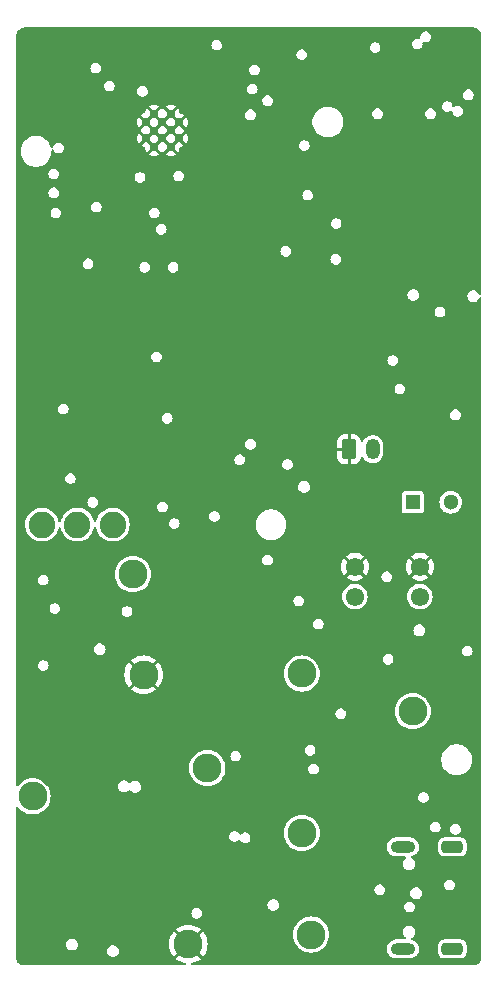
<source format=gbr>
%TF.GenerationSoftware,KiCad,Pcbnew,8.0.4*%
%TF.CreationDate,2024-08-24T14:44:17+02:00*%
%TF.ProjectId,BarbelMotionTracker-V1,42617262-656c-44d6-9f74-696f6e547261,rev?*%
%TF.SameCoordinates,PX7bfa480PY7735940*%
%TF.FileFunction,Copper,L3,Inr*%
%TF.FilePolarity,Positive*%
%FSLAX46Y46*%
G04 Gerber Fmt 4.6, Leading zero omitted, Abs format (unit mm)*
G04 Created by KiCad (PCBNEW 8.0.4) date 2024-08-24 14:44:17*
%MOMM*%
%LPD*%
G01*
G04 APERTURE LIST*
G04 Aperture macros list*
%AMRoundRect*
0 Rectangle with rounded corners*
0 $1 Rounding radius*
0 $2 $3 $4 $5 $6 $7 $8 $9 X,Y pos of 4 corners*
0 Add a 4 corners polygon primitive as box body*
4,1,4,$2,$3,$4,$5,$6,$7,$8,$9,$2,$3,0*
0 Add four circle primitives for the rounded corners*
1,1,$1+$1,$2,$3*
1,1,$1+$1,$4,$5*
1,1,$1+$1,$6,$7*
1,1,$1+$1,$8,$9*
0 Add four rect primitives between the rounded corners*
20,1,$1+$1,$2,$3,$4,$5,0*
20,1,$1+$1,$4,$5,$6,$7,0*
20,1,$1+$1,$6,$7,$8,$9,0*
20,1,$1+$1,$8,$9,$2,$3,0*%
G04 Aperture macros list end*
%TA.AperFunction,ComponentPad*%
%ADD10C,1.550000*%
%TD*%
%TA.AperFunction,ComponentPad*%
%ADD11C,0.700000*%
%TD*%
%TA.AperFunction,ComponentPad*%
%ADD12C,2.250000*%
%TD*%
%TA.AperFunction,ComponentPad*%
%ADD13R,1.300000X1.300000*%
%TD*%
%TA.AperFunction,ComponentPad*%
%ADD14C,1.300000*%
%TD*%
%TA.AperFunction,ComponentPad*%
%ADD15C,2.450000*%
%TD*%
%TA.AperFunction,ComponentPad*%
%ADD16RoundRect,0.250000X-0.350000X-0.625000X0.350000X-0.625000X0.350000X0.625000X-0.350000X0.625000X0*%
%TD*%
%TA.AperFunction,ComponentPad*%
%ADD17O,1.200000X1.750000*%
%TD*%
%TA.AperFunction,ComponentPad*%
%ADD18O,2.100000X1.000000*%
%TD*%
%TA.AperFunction,ComponentPad*%
%ADD19RoundRect,0.250000X-0.650000X0.250000X-0.650000X-0.250000X0.650000X-0.250000X0.650000X0.250000X0*%
%TD*%
%TA.AperFunction,ViaPad*%
%ADD20C,0.700000*%
%TD*%
%TA.AperFunction,ViaPad*%
%ADD21C,0.900000*%
%TD*%
G04 APERTURE END LIST*
D10*
%TO.N,Analog-Hand-SENS*%
%TO.C,IC9*%
X34500000Y31500000D03*
%TO.N,GND*%
X34500000Y34040000D03*
X29000000Y34040000D03*
%TO.N,Net-(IC9-ANODE)*%
X29000000Y31500000D03*
%TD*%
D11*
%TO.N,GND*%
%TO.C,U1*%
X11300000Y71700000D03*
X11300000Y70300000D03*
X12000000Y72400000D03*
X12000000Y70950000D03*
X12000000Y69550000D03*
X12650000Y71700000D03*
X12700000Y70300000D03*
X13400000Y72400000D03*
X13400000Y71000000D03*
X13400000Y69590000D03*
X14100000Y71650000D03*
X14100000Y70300000D03*
%TD*%
D12*
%TO.N,After_PowerSwitch_BAT+*%
%TO.C,SW1*%
X8500000Y37600000D03*
%TO.N,BAT+*%
X5500000Y37600000D03*
%TO.N,unconnected-(SW1-Pad3)*%
X2500000Y37600000D03*
%TD*%
D13*
%TO.N,Net-(D1-K)*%
%TO.C,U3*%
X33900000Y39500000D03*
D14*
%TO.N,Net-(D1-A)*%
X37100000Y39500000D03*
%TD*%
D15*
%TO.N,GND*%
%TO.C,ENC1*%
X14900000Y2100000D03*
%TO.N,Button_DOWN-S2*%
X25300000Y2900000D03*
%TO.N,Encoder-A*%
X24500000Y11500000D03*
%TO.N,Button_CENTER-S1*%
X16500000Y17000000D03*
%TO.N,Button_RIGHT-S3*%
X33900000Y21800000D03*
%TO.N,Encoder-B*%
X24500000Y25000000D03*
%TO.N,GND*%
X11100000Y24900000D03*
%TO.N,Button_LEFT-S5*%
X1700000Y14600000D03*
%TO.N,Button-UP-S4*%
X10200000Y33400000D03*
%TD*%
D16*
%TO.N,GND*%
%TO.C,J4*%
X28500000Y44000000D03*
D17*
%TO.N,BAT+*%
X30500000Y44000000D03*
%TD*%
D18*
%TO.N,unconnected-(J1-SHELL_GND-PadSH1)_1*%
%TO.C,J1*%
X33070000Y10320000D03*
%TO.N,unconnected-(J1-SHELL_GND-PadSH1)*%
X33070000Y1680000D03*
D19*
%TO.N,unconnected-(J1-SHELL_GND-PadSH1)_3*%
X37250000Y10320000D03*
%TO.N,unconnected-(J1-SHELL_GND-PadSH1)_2*%
X37250000Y1680000D03*
%TD*%
D20*
%TO.N,GND*%
X28025000Y45595000D03*
X11000000Y51200000D03*
X7400000Y3700000D03*
X34000000Y76600000D03*
X9600000Y7700000D03*
D21*
X9700000Y62700000D03*
X7200000Y78400000D03*
D20*
X29000000Y18775000D03*
D21*
X11300000Y2200000D03*
D20*
X34000000Y77500000D03*
X1600000Y54700000D03*
D21*
X21400000Y78710000D03*
D20*
X37500000Y21112500D03*
X16800000Y57000000D03*
X18500000Y34500000D03*
X2625000Y10035000D03*
X17865000Y2415000D03*
D21*
X30875000Y10325000D03*
D20*
X20000000Y34500000D03*
X10245000Y22735000D03*
X19000000Y7200000D03*
X4900000Y18700000D03*
X33105000Y12575000D03*
X30500000Y18675000D03*
X15325000Y73535000D03*
X19000000Y8700000D03*
X17865000Y25275000D03*
X12785000Y73535000D03*
D21*
X11400000Y1100000D03*
D20*
X21100000Y29500000D03*
X25485000Y45595000D03*
X37400000Y49100000D03*
X37500000Y15500000D03*
X31700000Y68800000D03*
X30565000Y35435000D03*
X15325000Y70995000D03*
X34650000Y64550000D03*
X9500000Y6000000D03*
X6200000Y11600000D03*
X12785000Y17655000D03*
X6800000Y10200000D03*
D21*
X23100000Y3700000D03*
D20*
X28025000Y48135000D03*
D21*
X31000000Y1700000D03*
D20*
X15325000Y76075000D03*
X7800000Y7700000D03*
X6100000Y51600000D03*
D21*
X3200000Y35500000D03*
D20*
X39000000Y62300000D03*
X4100000Y48500000D03*
X6200000Y12700000D03*
X20405000Y22735000D03*
X37250000Y70300000D03*
X10245000Y78615000D03*
X11600000Y7700000D03*
X20400000Y8700000D03*
X7800000Y6000000D03*
X12600000Y32200000D03*
X4000000Y49400000D03*
X8300000Y3700000D03*
X7705000Y17655000D03*
X22550000Y56000000D03*
X1700000Y29500000D03*
X5165000Y43055000D03*
X14400000Y31850000D03*
X1900000Y18700000D03*
D21*
X24600000Y6000000D03*
D20*
X28025000Y50675000D03*
X26500000Y8000000D03*
X15325000Y12575000D03*
X25485000Y50675000D03*
X20100000Y3200000D03*
X30565000Y37975000D03*
X20400000Y7200000D03*
X2087500Y71300000D03*
X2625000Y40515000D03*
X20405000Y20195000D03*
X12785000Y22735000D03*
X36000000Y21137500D03*
X18600000Y46300000D03*
X20405000Y17655000D03*
X30565000Y30355000D03*
X24750000Y59500000D03*
X20405000Y25275000D03*
X17865000Y22735000D03*
X12785000Y12575000D03*
X1900000Y35600000D03*
X14700000Y9200000D03*
X2625000Y12575000D03*
X11600000Y6700000D03*
X16200000Y51800000D03*
X15325000Y25275000D03*
X15325000Y68455000D03*
X12785000Y15115000D03*
X23800000Y55000000D03*
X28800000Y39600000D03*
X2900000Y43800000D03*
%TD*%
%TA.AperFunction,Conductor*%
%TO.N,GND*%
G36*
X39004842Y79699024D02*
G01*
X39126764Y79687015D01*
X39145794Y79683230D01*
X39151133Y79681610D01*
X39258354Y79649085D01*
X39276285Y79641658D01*
X39380022Y79586209D01*
X39396158Y79575427D01*
X39487083Y79500807D01*
X39500806Y79487084D01*
X39575426Y79396159D01*
X39586208Y79380023D01*
X39641657Y79276286D01*
X39649084Y79258355D01*
X39683228Y79145797D01*
X39687014Y79126763D01*
X39699023Y79004843D01*
X39699500Y78995139D01*
X39699500Y57132968D01*
X39680593Y57074777D01*
X39631093Y57038813D01*
X39569907Y57038813D01*
X39520407Y57074777D01*
X39510447Y57091841D01*
X39450377Y57223372D01*
X39450377Y57223373D01*
X39356128Y57332143D01*
X39356127Y57332144D01*
X39356126Y57332145D01*
X39235057Y57409951D01*
X39235054Y57409953D01*
X39235053Y57409953D01*
X39235050Y57409954D01*
X39096964Y57450500D01*
X39096961Y57450500D01*
X38953039Y57450500D01*
X38953035Y57450500D01*
X38814949Y57409954D01*
X38814942Y57409951D01*
X38693873Y57332145D01*
X38599622Y57223372D01*
X38539834Y57092457D01*
X38519353Y56950003D01*
X38519353Y56949998D01*
X38539834Y56807544D01*
X38599622Y56676629D01*
X38599623Y56676627D01*
X38693872Y56567857D01*
X38693873Y56567856D01*
X38722436Y56549500D01*
X38814947Y56490047D01*
X38921403Y56458789D01*
X38953035Y56449501D01*
X38953036Y56449501D01*
X38953039Y56449500D01*
X38953041Y56449500D01*
X39096959Y56449500D01*
X39096961Y56449500D01*
X39235053Y56490047D01*
X39356128Y56567857D01*
X39450377Y56676627D01*
X39510165Y56807543D01*
X39510164Y56807543D01*
X39510447Y56808160D01*
X39551819Y56853237D01*
X39611786Y56865388D01*
X39667442Y56839970D01*
X39697528Y56786693D01*
X39699500Y56767033D01*
X39699500Y1004862D01*
X39699023Y995158D01*
X39687014Y873238D01*
X39683228Y854204D01*
X39649084Y741646D01*
X39641657Y723715D01*
X39586208Y619978D01*
X39575426Y603842D01*
X39500806Y512917D01*
X39487083Y499194D01*
X39396158Y424574D01*
X39380022Y413792D01*
X39276285Y358343D01*
X39258354Y350916D01*
X39145796Y316772D01*
X39126763Y312986D01*
X39020719Y302541D01*
X39004841Y300977D01*
X38995139Y300500D01*
X15201937Y300500D01*
X15143746Y319407D01*
X15107782Y368907D01*
X15107782Y430093D01*
X15143746Y479593D01*
X15178826Y495765D01*
X15403706Y549755D01*
X15640013Y647636D01*
X15640025Y647642D01*
X15858097Y781277D01*
X15858103Y781282D01*
X15957256Y865968D01*
X15406846Y1416378D01*
X15441844Y1439762D01*
X15560238Y1558156D01*
X15583622Y1593154D01*
X16134032Y1042744D01*
X16218718Y1141897D01*
X16218723Y1141903D01*
X16352358Y1359975D01*
X16352364Y1359987D01*
X16450245Y1596294D01*
X16450246Y1596294D01*
X16509957Y1845010D01*
X16530024Y2100000D01*
X16509957Y2354991D01*
X16450245Y2603707D01*
X16352364Y2840014D01*
X16352358Y2840026D01*
X16315606Y2900000D01*
X23769783Y2900000D01*
X23788622Y2660622D01*
X23844677Y2427136D01*
X23936565Y2205299D01*
X23936571Y2205287D01*
X24062022Y2000569D01*
X24062032Y2000556D01*
X24188856Y1852064D01*
X24217973Y1817973D01*
X24217979Y1817968D01*
X24217982Y1817965D01*
X24359176Y1697374D01*
X24400561Y1662028D01*
X24400563Y1662027D01*
X24400568Y1662023D01*
X24605286Y1536572D01*
X24605296Y1536567D01*
X24822726Y1446504D01*
X24827135Y1444678D01*
X24827137Y1444677D01*
X25060621Y1388623D01*
X25300000Y1369783D01*
X25539379Y1388623D01*
X25772863Y1444677D01*
X25994704Y1536567D01*
X25994708Y1536570D01*
X25994713Y1536572D01*
X26199431Y1662023D01*
X26199431Y1662024D01*
X26199439Y1662028D01*
X26312797Y1758845D01*
X31719500Y1758845D01*
X31719500Y1601156D01*
X31750263Y1446504D01*
X31750263Y1446502D01*
X31810603Y1300826D01*
X31810609Y1300815D01*
X31860180Y1226629D01*
X31898211Y1169711D01*
X32009711Y1058211D01*
X32087876Y1005983D01*
X32140814Y970610D01*
X32140825Y970604D01*
X32194638Y948315D01*
X32286503Y910263D01*
X32441158Y879500D01*
X32441159Y879500D01*
X33698841Y879500D01*
X33698842Y879500D01*
X33853497Y910263D01*
X33999179Y970606D01*
X34130289Y1058211D01*
X34241789Y1169711D01*
X34329394Y1300821D01*
X34389737Y1446503D01*
X34420500Y1601158D01*
X34420500Y1758842D01*
X34389737Y1913497D01*
X34365046Y1973107D01*
X36049500Y1973107D01*
X36049500Y1386894D01*
X36060123Y1298435D01*
X36115637Y1157661D01*
X36115638Y1157659D01*
X36115639Y1157658D01*
X36207078Y1037078D01*
X36327658Y945639D01*
X36327659Y945639D01*
X36327660Y945638D01*
X36398047Y917881D01*
X36468436Y890123D01*
X36556898Y879500D01*
X36556900Y879500D01*
X37943100Y879500D01*
X37943102Y879500D01*
X38031564Y890123D01*
X38172342Y945639D01*
X38292922Y1037078D01*
X38384361Y1157658D01*
X38439877Y1298436D01*
X38450500Y1386898D01*
X38450500Y1973102D01*
X38439877Y2061564D01*
X38412119Y2131953D01*
X38384362Y2202340D01*
X38384361Y2202341D01*
X38384361Y2202342D01*
X38292922Y2322922D01*
X38172342Y2414361D01*
X38172341Y2414362D01*
X38172339Y2414363D01*
X38031565Y2469877D01*
X37943106Y2480500D01*
X37943102Y2480500D01*
X36556898Y2480500D01*
X36556893Y2480500D01*
X36468434Y2469877D01*
X36327660Y2414363D01*
X36327656Y2414360D01*
X36207081Y2322925D01*
X36207075Y2322919D01*
X36115640Y2202344D01*
X36115637Y2202340D01*
X36060123Y2061566D01*
X36049500Y1973107D01*
X34365046Y1973107D01*
X34329396Y2059175D01*
X34329390Y2059186D01*
X34294017Y2112124D01*
X34241789Y2190289D01*
X34130289Y2301789D01*
X34078059Y2336688D01*
X33999185Y2389391D01*
X33999174Y2389397D01*
X33853497Y2449737D01*
X33831747Y2454064D01*
X33778364Y2483960D01*
X33752748Y2539525D01*
X33764685Y2599535D01*
X33801559Y2636896D01*
X33892665Y2689495D01*
X33990505Y2787335D01*
X34059688Y2907164D01*
X34095500Y3040817D01*
X34095500Y3179183D01*
X34059688Y3312836D01*
X33990505Y3432665D01*
X33892665Y3530505D01*
X33772836Y3599688D01*
X33639183Y3635500D01*
X33500817Y3635500D01*
X33367164Y3599688D01*
X33247335Y3530505D01*
X33149495Y3432665D01*
X33080312Y3312836D01*
X33044500Y3179183D01*
X33044500Y3040817D01*
X33080312Y2907164D01*
X33149495Y2787335D01*
X33247335Y2689495D01*
X33289354Y2665235D01*
X33330294Y2619767D01*
X33336690Y2558917D01*
X33306097Y2505929D01*
X33250202Y2481042D01*
X33239853Y2480500D01*
X32441155Y2480500D01*
X32286503Y2449737D01*
X32286501Y2449737D01*
X32140825Y2389397D01*
X32140814Y2389391D01*
X32009711Y2301789D01*
X32009707Y2301786D01*
X31898214Y2190293D01*
X31898211Y2190289D01*
X31810609Y2059186D01*
X31810603Y2059175D01*
X31750263Y1913499D01*
X31750263Y1913497D01*
X31719500Y1758845D01*
X26312797Y1758845D01*
X26382027Y1817973D01*
X26537972Y2000561D01*
X26568270Y2050003D01*
X26663428Y2205287D01*
X26663430Y2205292D01*
X26663433Y2205296D01*
X26755323Y2427137D01*
X26811377Y2660621D01*
X26830217Y2900000D01*
X26811377Y3139379D01*
X26755323Y3372863D01*
X26680973Y3552359D01*
X26663434Y3594702D01*
X26663428Y3594714D01*
X26537977Y3799432D01*
X26537967Y3799445D01*
X26382035Y3982018D01*
X26382032Y3982021D01*
X26382027Y3982027D01*
X26382020Y3982033D01*
X26382017Y3982036D01*
X26199444Y4137968D01*
X26199431Y4137978D01*
X25994713Y4263429D01*
X25994701Y4263435D01*
X25772864Y4355323D01*
X25772865Y4355323D01*
X25539378Y4411378D01*
X25300000Y4430217D01*
X25060621Y4411378D01*
X24827135Y4355323D01*
X24605298Y4263435D01*
X24605286Y4263429D01*
X24400568Y4137978D01*
X24400555Y4137968D01*
X24217982Y3982036D01*
X24217964Y3982018D01*
X24062032Y3799445D01*
X24062022Y3799432D01*
X23936571Y3594714D01*
X23936565Y3594702D01*
X23844677Y3372865D01*
X23788622Y3139379D01*
X23769783Y2900000D01*
X16315606Y2900000D01*
X16218723Y3058098D01*
X16218713Y3058111D01*
X16134033Y3157258D01*
X15583622Y2606847D01*
X15560238Y2641844D01*
X15441844Y2760238D01*
X15406844Y2783624D01*
X15957256Y3334035D01*
X15858110Y3418714D01*
X15858097Y3418724D01*
X15640025Y3552359D01*
X15640013Y3552365D01*
X15403706Y3650246D01*
X15403707Y3650246D01*
X15154990Y3709958D01*
X14900000Y3730025D01*
X14645009Y3709958D01*
X14396293Y3650246D01*
X14159986Y3552365D01*
X14159974Y3552359D01*
X13941897Y3418721D01*
X13941892Y3418717D01*
X13842742Y3334035D01*
X14393154Y2783623D01*
X14358156Y2760238D01*
X14239762Y2641844D01*
X14216377Y2606846D01*
X13665965Y3157258D01*
X13581283Y3058108D01*
X13581279Y3058103D01*
X13447641Y2840026D01*
X13447635Y2840014D01*
X13349754Y2603707D01*
X13290042Y2354991D01*
X13269975Y2100000D01*
X13290042Y1845010D01*
X13349754Y1596294D01*
X13447635Y1359987D01*
X13447641Y1359975D01*
X13581276Y1141903D01*
X13581286Y1141890D01*
X13665965Y1042744D01*
X14216376Y1593156D01*
X14239762Y1558156D01*
X14358156Y1439762D01*
X14393153Y1416378D01*
X13842742Y865967D01*
X13842742Y865966D01*
X13941889Y781287D01*
X13941902Y781277D01*
X14159974Y647642D01*
X14159986Y647636D01*
X14396293Y549755D01*
X14396292Y549755D01*
X14621174Y495765D01*
X14673343Y463795D01*
X14696758Y407267D01*
X14682474Y347773D01*
X14635949Y308036D01*
X14598063Y300500D01*
X1004861Y300500D01*
X995157Y300977D01*
X873237Y312986D01*
X854203Y316772D01*
X741645Y350916D01*
X723714Y358343D01*
X619977Y413792D01*
X603841Y424574D01*
X512916Y499194D01*
X499193Y512917D01*
X424573Y603842D01*
X413791Y619978D01*
X358342Y723715D01*
X350915Y741646D01*
X316771Y854204D01*
X312985Y873238D01*
X309338Y910263D01*
X300977Y995158D01*
X300500Y1004862D01*
X300500Y1500003D01*
X7994353Y1500003D01*
X7994353Y1499998D01*
X8014834Y1357544D01*
X8041829Y1298435D01*
X8074623Y1226627D01*
X8168872Y1117857D01*
X8168873Y1117856D01*
X8261683Y1058211D01*
X8289947Y1040047D01*
X8396403Y1008789D01*
X8428035Y999501D01*
X8428036Y999501D01*
X8428039Y999500D01*
X8428041Y999500D01*
X8571959Y999500D01*
X8571961Y999500D01*
X8710053Y1040047D01*
X8831128Y1117857D01*
X8925377Y1226627D01*
X8985165Y1357543D01*
X8997955Y1446502D01*
X9005647Y1499998D01*
X9005647Y1500003D01*
X8985165Y1642457D01*
X8976225Y1662033D01*
X8925377Y1773373D01*
X8831128Y1882143D01*
X8831127Y1882144D01*
X8831126Y1882145D01*
X8710057Y1959951D01*
X8710054Y1959953D01*
X8710053Y1959953D01*
X8710050Y1959954D01*
X8571964Y2000500D01*
X8571961Y2000500D01*
X8428039Y2000500D01*
X8428035Y2000500D01*
X8289949Y1959954D01*
X8289942Y1959951D01*
X8168873Y1882145D01*
X8074622Y1773372D01*
X8014834Y1642457D01*
X7994353Y1500003D01*
X300500Y1500003D01*
X300500Y2050003D01*
X4544353Y2050003D01*
X4544353Y2049998D01*
X4564834Y1907544D01*
X4605744Y1817965D01*
X4624623Y1776627D01*
X4640034Y1758842D01*
X4718873Y1667856D01*
X4822658Y1601158D01*
X4839947Y1590047D01*
X4946403Y1558789D01*
X4978035Y1549501D01*
X4978036Y1549501D01*
X4978039Y1549500D01*
X4978041Y1549500D01*
X5121959Y1549500D01*
X5121961Y1549500D01*
X5260053Y1590047D01*
X5381128Y1667857D01*
X5475377Y1776627D01*
X5535165Y1907543D01*
X5555647Y2050000D01*
X5554327Y2059179D01*
X5535165Y2192457D01*
X5496656Y2276778D01*
X5475377Y2323373D01*
X5381128Y2432143D01*
X5381127Y2432144D01*
X5381126Y2432145D01*
X5260057Y2509951D01*
X5260054Y2509953D01*
X5260053Y2509953D01*
X5260050Y2509954D01*
X5121964Y2550500D01*
X5121961Y2550500D01*
X4978039Y2550500D01*
X4978035Y2550500D01*
X4839949Y2509954D01*
X4839942Y2509951D01*
X4718873Y2432145D01*
X4624622Y2323372D01*
X4564834Y2192457D01*
X4544353Y2050003D01*
X300500Y2050003D01*
X300500Y4700003D01*
X15144867Y4700003D01*
X15144867Y4699998D01*
X15163302Y4571775D01*
X15217117Y4453939D01*
X15217118Y4453937D01*
X15253995Y4411378D01*
X15301952Y4356032D01*
X15410926Y4285999D01*
X15410931Y4285996D01*
X15535228Y4249500D01*
X15535230Y4249500D01*
X15664770Y4249500D01*
X15664772Y4249500D01*
X15789069Y4285996D01*
X15898049Y4356033D01*
X15982882Y4453937D01*
X16036697Y4571774D01*
X16055133Y4700000D01*
X16036697Y4828226D01*
X15982882Y4946063D01*
X15898049Y5043967D01*
X15898048Y5043968D01*
X15898047Y5043969D01*
X15789073Y5114002D01*
X15789070Y5114004D01*
X15789069Y5114004D01*
X15789066Y5114005D01*
X15664774Y5150500D01*
X15664772Y5150500D01*
X15535228Y5150500D01*
X15535225Y5150500D01*
X15410933Y5114005D01*
X15410926Y5114002D01*
X15301952Y5043969D01*
X15217117Y4946062D01*
X15163302Y4828226D01*
X15144867Y4700003D01*
X300500Y4700003D01*
X300500Y5400003D01*
X21594353Y5400003D01*
X21594353Y5399998D01*
X21614834Y5257544D01*
X21622501Y5240756D01*
X21674623Y5126627D01*
X21746246Y5043969D01*
X21768873Y5017856D01*
X21880586Y4946063D01*
X21889947Y4940047D01*
X21996403Y4908789D01*
X22028035Y4899501D01*
X22028036Y4899501D01*
X22028039Y4899500D01*
X22028041Y4899500D01*
X22171959Y4899500D01*
X22171961Y4899500D01*
X22310053Y4940047D01*
X22431128Y5017857D01*
X22525377Y5126627D01*
X22577501Y5240761D01*
X33169868Y5240761D01*
X33169868Y5240756D01*
X33188303Y5112533D01*
X33242118Y4994697D01*
X33242119Y4994695D01*
X33289471Y4940047D01*
X33326953Y4896790D01*
X33435927Y4826757D01*
X33435932Y4826754D01*
X33560229Y4790258D01*
X33560231Y4790258D01*
X33689771Y4790258D01*
X33689773Y4790258D01*
X33814070Y4826754D01*
X33923050Y4896791D01*
X34007883Y4994695D01*
X34061698Y5112532D01*
X34080134Y5240758D01*
X34061698Y5368984D01*
X34007883Y5486821D01*
X33923050Y5584725D01*
X33923049Y5584726D01*
X33923048Y5584727D01*
X33814074Y5654760D01*
X33814071Y5654762D01*
X33814070Y5654762D01*
X33814067Y5654763D01*
X33689775Y5691258D01*
X33689773Y5691258D01*
X33560229Y5691258D01*
X33560226Y5691258D01*
X33435934Y5654763D01*
X33435927Y5654760D01*
X33326953Y5584727D01*
X33242118Y5486820D01*
X33188303Y5368984D01*
X33169868Y5240761D01*
X22577501Y5240761D01*
X22585165Y5257543D01*
X22605647Y5400000D01*
X22585165Y5542457D01*
X22525377Y5673373D01*
X22431128Y5782143D01*
X22431127Y5782144D01*
X22431126Y5782145D01*
X22310057Y5859951D01*
X22310054Y5859953D01*
X22310053Y5859953D01*
X22310050Y5859954D01*
X22171964Y5900500D01*
X22171961Y5900500D01*
X22028039Y5900500D01*
X22028035Y5900500D01*
X21889949Y5859954D01*
X21889942Y5859951D01*
X21768873Y5782145D01*
X21674622Y5673372D01*
X21614834Y5542457D01*
X21594353Y5400003D01*
X300500Y5400003D01*
X300500Y6700003D01*
X30644867Y6700003D01*
X30644867Y6699998D01*
X30663302Y6571775D01*
X30717117Y6453939D01*
X30717118Y6453937D01*
X30763854Y6400000D01*
X30801952Y6356032D01*
X30910926Y6285999D01*
X30910931Y6285996D01*
X31035228Y6249500D01*
X31035230Y6249500D01*
X31164770Y6249500D01*
X31164772Y6249500D01*
X31289069Y6285996D01*
X31398049Y6356033D01*
X31436149Y6400003D01*
X33673103Y6400003D01*
X33673103Y6399998D01*
X33693584Y6257544D01*
X33697258Y6249500D01*
X33753373Y6126627D01*
X33847622Y6017857D01*
X33847623Y6017856D01*
X33968692Y5940050D01*
X33968697Y5940047D01*
X34075153Y5908789D01*
X34106785Y5899501D01*
X34106786Y5899501D01*
X34106789Y5899500D01*
X34106791Y5899500D01*
X34250709Y5899500D01*
X34250711Y5899500D01*
X34388803Y5940047D01*
X34509878Y6017857D01*
X34604127Y6126627D01*
X34663915Y6257543D01*
X34670742Y6305029D01*
X34684397Y6399998D01*
X34684397Y6400003D01*
X34663915Y6542457D01*
X34650526Y6571775D01*
X34604127Y6673373D01*
X34509878Y6782143D01*
X34509877Y6782144D01*
X34509876Y6782145D01*
X34388807Y6859951D01*
X34388804Y6859953D01*
X34388803Y6859953D01*
X34388800Y6859954D01*
X34250714Y6900500D01*
X34250711Y6900500D01*
X34106789Y6900500D01*
X34106785Y6900500D01*
X33968699Y6859954D01*
X33968692Y6859951D01*
X33847623Y6782145D01*
X33753372Y6673372D01*
X33693584Y6542457D01*
X33673103Y6400003D01*
X31436149Y6400003D01*
X31482882Y6453937D01*
X31536697Y6571774D01*
X31547872Y6649500D01*
X31555133Y6699998D01*
X31555133Y6700003D01*
X31536697Y6828226D01*
X31524954Y6853939D01*
X31482882Y6946063D01*
X31398049Y7043967D01*
X31398048Y7043968D01*
X31398047Y7043969D01*
X31310856Y7100003D01*
X36544867Y7100003D01*
X36544867Y7099998D01*
X36563302Y6971775D01*
X36614371Y6859951D01*
X36617118Y6853937D01*
X36679325Y6782145D01*
X36701952Y6756032D01*
X36789140Y6700000D01*
X36810931Y6685996D01*
X36935228Y6649500D01*
X36935230Y6649500D01*
X37064770Y6649500D01*
X37064772Y6649500D01*
X37189069Y6685996D01*
X37298049Y6756033D01*
X37382882Y6853937D01*
X37436697Y6971774D01*
X37455133Y7100000D01*
X37453119Y7114005D01*
X37436697Y7228226D01*
X37382882Y7346062D01*
X37382882Y7346063D01*
X37298049Y7443967D01*
X37298048Y7443968D01*
X37298047Y7443969D01*
X37189073Y7514002D01*
X37189070Y7514004D01*
X37189069Y7514004D01*
X37189066Y7514005D01*
X37064774Y7550500D01*
X37064772Y7550500D01*
X36935228Y7550500D01*
X36935225Y7550500D01*
X36810933Y7514005D01*
X36810926Y7514002D01*
X36701952Y7443969D01*
X36617117Y7346062D01*
X36563302Y7228226D01*
X36544867Y7100003D01*
X31310856Y7100003D01*
X31289073Y7114002D01*
X31289070Y7114004D01*
X31289069Y7114004D01*
X31289066Y7114005D01*
X31164774Y7150500D01*
X31164772Y7150500D01*
X31035228Y7150500D01*
X31035225Y7150500D01*
X30910933Y7114005D01*
X30910926Y7114002D01*
X30801952Y7043969D01*
X30717117Y6946062D01*
X30663302Y6828226D01*
X30644867Y6700003D01*
X300500Y6700003D01*
X300500Y11200003D01*
X18345068Y11200003D01*
X18345068Y11199998D01*
X18363503Y11071775D01*
X18409173Y10971774D01*
X18417319Y10953937D01*
X18502152Y10856033D01*
X18502153Y10856032D01*
X18611127Y10785999D01*
X18611132Y10785996D01*
X18735429Y10749500D01*
X18735431Y10749500D01*
X18864971Y10749500D01*
X18864973Y10749500D01*
X18989270Y10785996D01*
X19098250Y10856033D01*
X19140071Y10904299D01*
X19192464Y10935895D01*
X19253425Y10930660D01*
X19299667Y10890594D01*
X19304943Y10880596D01*
X19317117Y10853938D01*
X19401952Y10756032D01*
X19490424Y10699175D01*
X19510931Y10685996D01*
X19635228Y10649500D01*
X19635230Y10649500D01*
X19764770Y10649500D01*
X19764772Y10649500D01*
X19889069Y10685996D01*
X19998049Y10756033D01*
X20082882Y10853937D01*
X20136697Y10971774D01*
X20144981Y11029391D01*
X20155133Y11099998D01*
X20155133Y11100003D01*
X20136697Y11228226D01*
X20082882Y11346063D01*
X19998049Y11443967D01*
X19998048Y11443968D01*
X19998047Y11443969D01*
X19910861Y11500000D01*
X22969783Y11500000D01*
X22988622Y11260622D01*
X23044677Y11027136D01*
X23136565Y10805299D01*
X23136571Y10805287D01*
X23262022Y10600569D01*
X23262032Y10600556D01*
X23302222Y10553499D01*
X23417973Y10417973D01*
X23417979Y10417968D01*
X23417982Y10417965D01*
X23600555Y10262033D01*
X23600561Y10262028D01*
X23600563Y10262027D01*
X23600568Y10262023D01*
X23805286Y10136572D01*
X23805298Y10136566D01*
X24027135Y10044678D01*
X24027137Y10044677D01*
X24260621Y9988623D01*
X24500000Y9969783D01*
X24739379Y9988623D01*
X24972863Y10044677D01*
X25194704Y10136567D01*
X25194708Y10136570D01*
X25194713Y10136572D01*
X25399431Y10262023D01*
X25399431Y10262024D01*
X25399439Y10262028D01*
X25559631Y10398845D01*
X31719500Y10398845D01*
X31719500Y10241156D01*
X31750263Y10086504D01*
X31750263Y10086502D01*
X31810603Y9940826D01*
X31810609Y9940815D01*
X31863312Y9861941D01*
X31898211Y9809711D01*
X32009711Y9698211D01*
X32087876Y9645983D01*
X32140814Y9610610D01*
X32140825Y9610604D01*
X32194638Y9588315D01*
X32286503Y9550263D01*
X32441158Y9519500D01*
X32441159Y9519500D01*
X33239853Y9519500D01*
X33298044Y9500593D01*
X33334008Y9451093D01*
X33334008Y9389907D01*
X33298044Y9340407D01*
X33289366Y9334772D01*
X33247335Y9310505D01*
X33149495Y9212665D01*
X33080312Y9092836D01*
X33044500Y8959183D01*
X33044500Y8820817D01*
X33080312Y8687164D01*
X33149495Y8567335D01*
X33247335Y8469495D01*
X33367164Y8400312D01*
X33500817Y8364500D01*
X33500819Y8364500D01*
X33639181Y8364500D01*
X33639183Y8364500D01*
X33772836Y8400312D01*
X33892665Y8469495D01*
X33990505Y8567335D01*
X34059688Y8687164D01*
X34095500Y8820817D01*
X34095500Y8959183D01*
X34059688Y9092836D01*
X33990505Y9212665D01*
X33892665Y9310505D01*
X33892662Y9310507D01*
X33801562Y9363104D01*
X33760621Y9408573D01*
X33754225Y9469424D01*
X33784818Y9522412D01*
X33831749Y9545938D01*
X33853497Y9550263D01*
X33999179Y9610606D01*
X34130289Y9698211D01*
X34241789Y9809711D01*
X34329394Y9940821D01*
X34389737Y10086503D01*
X34420500Y10241158D01*
X34420500Y10398842D01*
X34389737Y10553497D01*
X34365046Y10613107D01*
X36049500Y10613107D01*
X36049500Y10026894D01*
X36060123Y9938435D01*
X36115637Y9797661D01*
X36115638Y9797659D01*
X36115639Y9797658D01*
X36207078Y9677078D01*
X36327658Y9585639D01*
X36327659Y9585639D01*
X36327660Y9585638D01*
X36398047Y9557881D01*
X36468436Y9530123D01*
X36556898Y9519500D01*
X36556900Y9519500D01*
X37943100Y9519500D01*
X37943102Y9519500D01*
X38031564Y9530123D01*
X38172342Y9585639D01*
X38292922Y9677078D01*
X38384361Y9797658D01*
X38439877Y9938436D01*
X38450500Y10026898D01*
X38450500Y10613102D01*
X38439877Y10701564D01*
X38384361Y10842342D01*
X38292922Y10962922D01*
X38172342Y11054361D01*
X38172341Y11054362D01*
X38172339Y11054363D01*
X38031565Y11109877D01*
X37943106Y11120500D01*
X37943102Y11120500D01*
X36556898Y11120500D01*
X36556893Y11120500D01*
X36468434Y11109877D01*
X36327660Y11054363D01*
X36327656Y11054360D01*
X36207081Y10962925D01*
X36207075Y10962919D01*
X36115640Y10842344D01*
X36115637Y10842340D01*
X36060123Y10701566D01*
X36049500Y10613107D01*
X34365046Y10613107D01*
X34334855Y10685996D01*
X34329396Y10699175D01*
X34329390Y10699186D01*
X34291405Y10756033D01*
X34241789Y10830289D01*
X34130289Y10941789D01*
X34078059Y10976688D01*
X33999185Y11029391D01*
X33999174Y11029397D01*
X33853497Y11089737D01*
X33698844Y11120500D01*
X33698842Y11120500D01*
X32441158Y11120500D01*
X32441155Y11120500D01*
X32286503Y11089737D01*
X32286501Y11089737D01*
X32140825Y11029397D01*
X32140814Y11029391D01*
X32009711Y10941789D01*
X32009707Y10941786D01*
X31898214Y10830293D01*
X31898211Y10830289D01*
X31810609Y10699186D01*
X31810603Y10699175D01*
X31750263Y10553499D01*
X31750263Y10553497D01*
X31719500Y10398845D01*
X25559631Y10398845D01*
X25582027Y10417973D01*
X25737972Y10600561D01*
X25737977Y10600569D01*
X25863428Y10805287D01*
X25863430Y10805292D01*
X25863433Y10805296D01*
X25955323Y11027137D01*
X26011377Y11260621D01*
X26030217Y11500000D01*
X26011377Y11739379D01*
X25955323Y11972863D01*
X25944081Y12000003D01*
X35344867Y12000003D01*
X35344867Y11999998D01*
X35363302Y11871775D01*
X35396080Y11800003D01*
X35417118Y11753937D01*
X35488311Y11671775D01*
X35501952Y11656032D01*
X35610926Y11585999D01*
X35610931Y11585996D01*
X35735228Y11549500D01*
X35735230Y11549500D01*
X35864770Y11549500D01*
X35864772Y11549500D01*
X35989069Y11585996D01*
X36098049Y11656033D01*
X36182882Y11753937D01*
X36203920Y11800003D01*
X37044867Y11800003D01*
X37044867Y11799998D01*
X37063302Y11671775D01*
X37102477Y11585996D01*
X37117118Y11553937D01*
X37163854Y11500000D01*
X37201952Y11456032D01*
X37295828Y11395702D01*
X37310931Y11385996D01*
X37435228Y11349500D01*
X37435230Y11349500D01*
X37564770Y11349500D01*
X37564772Y11349500D01*
X37689069Y11385996D01*
X37798049Y11456033D01*
X37882882Y11553937D01*
X37936697Y11671774D01*
X37948510Y11753937D01*
X37955133Y11799998D01*
X37955133Y11800003D01*
X37936697Y11928226D01*
X37903919Y11999998D01*
X37882882Y12046063D01*
X37798049Y12143967D01*
X37798048Y12143968D01*
X37798047Y12143969D01*
X37689073Y12214002D01*
X37689070Y12214004D01*
X37689069Y12214004D01*
X37689066Y12214005D01*
X37564774Y12250500D01*
X37564772Y12250500D01*
X37435228Y12250500D01*
X37435225Y12250500D01*
X37310933Y12214005D01*
X37310926Y12214002D01*
X37201952Y12143969D01*
X37117117Y12046062D01*
X37063302Y11928226D01*
X37044867Y11800003D01*
X36203920Y11800003D01*
X36236697Y11871774D01*
X36244814Y11928226D01*
X36255133Y11999998D01*
X36255133Y12000003D01*
X36236697Y12128226D01*
X36206337Y12194704D01*
X36182882Y12246063D01*
X36098049Y12343967D01*
X36098048Y12343968D01*
X36098047Y12343969D01*
X35989073Y12414002D01*
X35989070Y12414004D01*
X35989069Y12414004D01*
X35989066Y12414005D01*
X35864774Y12450500D01*
X35864772Y12450500D01*
X35735228Y12450500D01*
X35735225Y12450500D01*
X35610933Y12414005D01*
X35610926Y12414002D01*
X35501952Y12343969D01*
X35417117Y12246062D01*
X35363302Y12128226D01*
X35344867Y12000003D01*
X25944081Y12000003D01*
X25863433Y12194704D01*
X25863428Y12194714D01*
X25737977Y12399432D01*
X25737967Y12399445D01*
X25582035Y12582018D01*
X25582032Y12582021D01*
X25582027Y12582027D01*
X25582020Y12582033D01*
X25582017Y12582036D01*
X25399444Y12737968D01*
X25399431Y12737978D01*
X25194713Y12863429D01*
X25194701Y12863435D01*
X24972864Y12955323D01*
X24972865Y12955323D01*
X24739378Y13011378D01*
X24500000Y13030217D01*
X24260621Y13011378D01*
X24027135Y12955323D01*
X23805298Y12863435D01*
X23805286Y12863429D01*
X23600568Y12737978D01*
X23600555Y12737968D01*
X23417982Y12582036D01*
X23417964Y12582018D01*
X23262032Y12399445D01*
X23262022Y12399432D01*
X23136571Y12194714D01*
X23136565Y12194702D01*
X23044677Y11972865D01*
X22988622Y11739379D01*
X22969783Y11500000D01*
X19910861Y11500000D01*
X19889073Y11514002D01*
X19889070Y11514004D01*
X19889069Y11514004D01*
X19889066Y11514005D01*
X19764774Y11550500D01*
X19764772Y11550500D01*
X19635228Y11550500D01*
X19635225Y11550500D01*
X19510933Y11514005D01*
X19510926Y11514002D01*
X19401952Y11443969D01*
X19360130Y11395702D01*
X19307734Y11364106D01*
X19246773Y11369342D01*
X19200532Y11409409D01*
X19195257Y11419407D01*
X19183084Y11446061D01*
X19183083Y11446062D01*
X19183083Y11446063D01*
X19098250Y11543967D01*
X19098249Y11543968D01*
X19098248Y11543969D01*
X18989274Y11614002D01*
X18989271Y11614004D01*
X18989270Y11614004D01*
X18989267Y11614005D01*
X18864975Y11650500D01*
X18864973Y11650500D01*
X18735429Y11650500D01*
X18735426Y11650500D01*
X18611134Y11614005D01*
X18611127Y11614002D01*
X18502153Y11543969D01*
X18417318Y11446062D01*
X18363503Y11328226D01*
X18345068Y11200003D01*
X300500Y11200003D01*
X300500Y13621335D01*
X319407Y13679526D01*
X368907Y13715490D01*
X430093Y13715490D01*
X474780Y13685630D01*
X479993Y13679526D01*
X617973Y13517973D01*
X800561Y13362028D01*
X800563Y13362027D01*
X800568Y13362023D01*
X1005286Y13236572D01*
X1005298Y13236566D01*
X1227135Y13144678D01*
X1227137Y13144677D01*
X1460621Y13088623D01*
X1700000Y13069783D01*
X1939379Y13088623D01*
X2172863Y13144677D01*
X2394704Y13236567D01*
X2394708Y13236570D01*
X2394713Y13236572D01*
X2599431Y13362023D01*
X2599431Y13362024D01*
X2599439Y13362028D01*
X2782027Y13517973D01*
X2937972Y13700561D01*
X2937977Y13700569D01*
X3063428Y13905287D01*
X3063430Y13905292D01*
X3063433Y13905296D01*
X3155323Y14127137D01*
X3211377Y14360621D01*
X3222347Y14500003D01*
X34344867Y14500003D01*
X34344867Y14499998D01*
X34363302Y14371775D01*
X34368396Y14360622D01*
X34417118Y14253937D01*
X34501951Y14156033D01*
X34501952Y14156032D01*
X34610926Y14085999D01*
X34610931Y14085996D01*
X34735228Y14049500D01*
X34735230Y14049500D01*
X34864770Y14049500D01*
X34864772Y14049500D01*
X34989069Y14085996D01*
X35098049Y14156033D01*
X35182882Y14253937D01*
X35236697Y14371774D01*
X35255133Y14500000D01*
X35236697Y14628226D01*
X35182882Y14746063D01*
X35098049Y14843967D01*
X35098048Y14843968D01*
X35098047Y14843969D01*
X34989073Y14914002D01*
X34989070Y14914004D01*
X34989069Y14914004D01*
X34989066Y14914005D01*
X34864774Y14950500D01*
X34864772Y14950500D01*
X34735228Y14950500D01*
X34735225Y14950500D01*
X34610933Y14914005D01*
X34610926Y14914002D01*
X34501952Y14843969D01*
X34417117Y14746062D01*
X34363302Y14628226D01*
X34344867Y14500003D01*
X3222347Y14500003D01*
X3230217Y14600000D01*
X3211377Y14839379D01*
X3155323Y15072863D01*
X3063433Y15294704D01*
X3063428Y15294714D01*
X2971346Y15444978D01*
X8939328Y15444978D01*
X8939328Y15444973D01*
X8959809Y15302519D01*
X9003144Y15207631D01*
X9019598Y15171602D01*
X9105155Y15072863D01*
X9113848Y15062831D01*
X9183831Y15017856D01*
X9234922Y14985022D01*
X9341378Y14953764D01*
X9373010Y14944476D01*
X9373011Y14944476D01*
X9373014Y14944475D01*
X9373016Y14944475D01*
X9516934Y14944475D01*
X9516936Y14944475D01*
X9655028Y14985022D01*
X9776103Y15062832D01*
X9828184Y15122938D01*
X9880578Y15154532D01*
X9941539Y15149297D01*
X9977819Y15122938D01*
X10068872Y15017857D01*
X10068873Y15017856D01*
X10183055Y14944476D01*
X10189947Y14940047D01*
X10278649Y14914002D01*
X10328035Y14899501D01*
X10328036Y14899501D01*
X10328039Y14899500D01*
X10328041Y14899500D01*
X10471959Y14899500D01*
X10471961Y14899500D01*
X10610053Y14940047D01*
X10731128Y15017857D01*
X10825377Y15126627D01*
X10885165Y15257543D01*
X10905647Y15400000D01*
X10899180Y15444978D01*
X10885165Y15542457D01*
X10842186Y15636567D01*
X10825377Y15673373D01*
X10731128Y15782143D01*
X10731127Y15782144D01*
X10731126Y15782145D01*
X10610057Y15859951D01*
X10610054Y15859953D01*
X10610053Y15859953D01*
X10610050Y15859954D01*
X10471964Y15900500D01*
X10471961Y15900500D01*
X10328039Y15900500D01*
X10328035Y15900500D01*
X10189949Y15859954D01*
X10189942Y15859951D01*
X10068872Y15782144D01*
X10016791Y15722039D01*
X9964395Y15690444D01*
X9903434Y15695680D01*
X9867154Y15722039D01*
X9776103Y15827118D01*
X9776102Y15827119D01*
X9776101Y15827120D01*
X9655032Y15904926D01*
X9655029Y15904928D01*
X9655028Y15904928D01*
X9655025Y15904929D01*
X9516939Y15945475D01*
X9516936Y15945475D01*
X9373014Y15945475D01*
X9373010Y15945475D01*
X9234924Y15904929D01*
X9234917Y15904926D01*
X9113848Y15827120D01*
X9019597Y15718347D01*
X8959809Y15587432D01*
X8939328Y15444978D01*
X2971346Y15444978D01*
X2937977Y15499432D01*
X2937967Y15499445D01*
X2782035Y15682018D01*
X2782032Y15682021D01*
X2782027Y15682027D01*
X2782020Y15682033D01*
X2782017Y15682036D01*
X2599444Y15837968D01*
X2599431Y15837978D01*
X2394713Y15963429D01*
X2394701Y15963435D01*
X2172864Y16055323D01*
X2172865Y16055323D01*
X1939378Y16111378D01*
X1700000Y16130217D01*
X1460621Y16111378D01*
X1227135Y16055323D01*
X1005298Y15963435D01*
X1005286Y15963429D01*
X800568Y15837978D01*
X800555Y15837968D01*
X617982Y15682036D01*
X617970Y15682024D01*
X474780Y15514370D01*
X422611Y15482401D01*
X361614Y15487202D01*
X315088Y15526939D01*
X300500Y15578666D01*
X300500Y17000000D01*
X14969783Y17000000D01*
X14988622Y16760622D01*
X15044677Y16527136D01*
X15136565Y16305299D01*
X15136571Y16305287D01*
X15262022Y16100569D01*
X15262032Y16100556D01*
X15379149Y15963429D01*
X15417973Y15917973D01*
X15417979Y15917968D01*
X15417982Y15917965D01*
X15524348Y15827120D01*
X15600561Y15762028D01*
X15600563Y15762027D01*
X15600568Y15762023D01*
X15805286Y15636572D01*
X15805296Y15636567D01*
X15944962Y15578715D01*
X16027135Y15544678D01*
X16027137Y15544677D01*
X16260621Y15488623D01*
X16500000Y15469783D01*
X16739379Y15488623D01*
X16972863Y15544677D01*
X17194704Y15636567D01*
X17194708Y15636570D01*
X17194713Y15636572D01*
X17399431Y15762023D01*
X17399431Y15762024D01*
X17399439Y15762028D01*
X17582027Y15917973D01*
X17737972Y16100561D01*
X17756145Y16130217D01*
X17863428Y16305287D01*
X17863430Y16305292D01*
X17863433Y16305296D01*
X17955323Y16527137D01*
X18011377Y16760621D01*
X18022347Y16900003D01*
X25044867Y16900003D01*
X25044867Y16899998D01*
X25063302Y16771775D01*
X25068396Y16760622D01*
X25117118Y16653937D01*
X25174499Y16587715D01*
X25201952Y16556032D01*
X25310926Y16485999D01*
X25310931Y16485996D01*
X25435228Y16449500D01*
X25435230Y16449500D01*
X25564770Y16449500D01*
X25564772Y16449500D01*
X25689069Y16485996D01*
X25798049Y16556033D01*
X25882882Y16653937D01*
X25936697Y16771774D01*
X25955133Y16900000D01*
X25936697Y17028226D01*
X25882882Y17146063D01*
X25798049Y17243967D01*
X25798048Y17243968D01*
X25798047Y17243969D01*
X25689073Y17314002D01*
X25689070Y17314004D01*
X25689069Y17314004D01*
X25689066Y17314005D01*
X25564774Y17350500D01*
X25564772Y17350500D01*
X25435228Y17350500D01*
X25435225Y17350500D01*
X25310933Y17314005D01*
X25310926Y17314002D01*
X25201952Y17243969D01*
X25117117Y17146062D01*
X25063302Y17028226D01*
X25044867Y16900003D01*
X18022347Y16900003D01*
X18030217Y17000000D01*
X18011377Y17239379D01*
X17955323Y17472863D01*
X17863433Y17694704D01*
X17863428Y17694714D01*
X17737977Y17899432D01*
X17737967Y17899445D01*
X17652082Y18000003D01*
X18444867Y18000003D01*
X18444867Y17999998D01*
X18463302Y17871775D01*
X18495007Y17802352D01*
X18517118Y17753937D01*
X18568443Y17694704D01*
X18601952Y17656032D01*
X18710926Y17585999D01*
X18710931Y17585996D01*
X18835228Y17549500D01*
X18835230Y17549500D01*
X18964770Y17549500D01*
X18964772Y17549500D01*
X19089069Y17585996D01*
X19198049Y17656033D01*
X19282882Y17753937D01*
X19304994Y17802356D01*
X36299500Y17802356D01*
X36299500Y17597645D01*
X36331521Y17395471D01*
X36394780Y17200781D01*
X36487712Y17018391D01*
X36487714Y17018387D01*
X36608029Y16852787D01*
X36608031Y16852785D01*
X36608034Y16852781D01*
X36752781Y16708034D01*
X36752784Y16708032D01*
X36752786Y16708030D01*
X36918386Y16587715D01*
X36918390Y16587713D01*
X37100781Y16494780D01*
X37295466Y16431523D01*
X37295467Y16431523D01*
X37295470Y16431522D01*
X37497645Y16399500D01*
X37497648Y16399500D01*
X37702355Y16399500D01*
X37904529Y16431522D01*
X37904530Y16431523D01*
X37904534Y16431523D01*
X38099219Y16494780D01*
X38281610Y16587713D01*
X38447219Y16708034D01*
X38591966Y16852781D01*
X38712287Y17018390D01*
X38805220Y17200781D01*
X38868477Y17395466D01*
X38892874Y17549500D01*
X38900500Y17597645D01*
X38900500Y17802356D01*
X38868478Y18004530D01*
X38868477Y18004534D01*
X38805220Y18199219D01*
X38712287Y18381610D01*
X38712285Y18381614D01*
X38591970Y18547214D01*
X38591968Y18547216D01*
X38591966Y18547219D01*
X38447219Y18691966D01*
X38447215Y18691969D01*
X38447213Y18691971D01*
X38281613Y18812286D01*
X38281609Y18812288D01*
X38099219Y18905220D01*
X37904529Y18968479D01*
X37702355Y19000500D01*
X37702352Y19000500D01*
X37497648Y19000500D01*
X37497645Y19000500D01*
X37295470Y18968479D01*
X37100780Y18905220D01*
X36918390Y18812288D01*
X36918386Y18812286D01*
X36752786Y18691971D01*
X36608029Y18547214D01*
X36487714Y18381614D01*
X36487712Y18381610D01*
X36394780Y18199220D01*
X36331521Y18004530D01*
X36299500Y17802356D01*
X19304994Y17802356D01*
X19336697Y17871774D01*
X19355133Y18000000D01*
X19354481Y18004534D01*
X19336697Y18128226D01*
X19304275Y18199219D01*
X19282882Y18246063D01*
X19198049Y18343967D01*
X19198048Y18343968D01*
X19198047Y18343969D01*
X19089073Y18414002D01*
X19089070Y18414004D01*
X19089069Y18414004D01*
X19089066Y18414005D01*
X18964774Y18450500D01*
X18964772Y18450500D01*
X18835228Y18450500D01*
X18835225Y18450500D01*
X18710933Y18414005D01*
X18710926Y18414002D01*
X18601952Y18343969D01*
X18517117Y18246062D01*
X18463302Y18128226D01*
X18444867Y18000003D01*
X17652082Y18000003D01*
X17582035Y18082018D01*
X17582032Y18082021D01*
X17582027Y18082027D01*
X17582020Y18082033D01*
X17582017Y18082036D01*
X17399444Y18237968D01*
X17399431Y18237978D01*
X17194713Y18363429D01*
X17194701Y18363435D01*
X16972864Y18455323D01*
X16972865Y18455323D01*
X16786759Y18500003D01*
X24744867Y18500003D01*
X24744867Y18499998D01*
X24763302Y18371775D01*
X24767111Y18363435D01*
X24817118Y18253937D01*
X24864530Y18199220D01*
X24901952Y18156032D01*
X25010926Y18085999D01*
X25010931Y18085996D01*
X25135228Y18049500D01*
X25135230Y18049500D01*
X25264770Y18049500D01*
X25264772Y18049500D01*
X25389069Y18085996D01*
X25498049Y18156033D01*
X25582882Y18253937D01*
X25636697Y18371774D01*
X25648016Y18450500D01*
X25655133Y18499998D01*
X25655133Y18500003D01*
X25636697Y18628226D01*
X25582882Y18746063D01*
X25498049Y18843967D01*
X25498048Y18843968D01*
X25498047Y18843969D01*
X25389073Y18914002D01*
X25389070Y18914004D01*
X25389069Y18914004D01*
X25389066Y18914005D01*
X25264774Y18950500D01*
X25264772Y18950500D01*
X25135228Y18950500D01*
X25135225Y18950500D01*
X25010933Y18914005D01*
X25010926Y18914002D01*
X24901952Y18843969D01*
X24817117Y18746062D01*
X24763302Y18628226D01*
X24744867Y18500003D01*
X16786759Y18500003D01*
X16739378Y18511378D01*
X16500000Y18530217D01*
X16260621Y18511378D01*
X16027135Y18455323D01*
X15805298Y18363435D01*
X15805286Y18363429D01*
X15600568Y18237978D01*
X15600555Y18237968D01*
X15417982Y18082036D01*
X15417964Y18082018D01*
X15262032Y17899445D01*
X15262022Y17899432D01*
X15136571Y17694714D01*
X15136565Y17694702D01*
X15044677Y17472865D01*
X14988622Y17239379D01*
X14969783Y17000000D01*
X300500Y17000000D01*
X300500Y21600003D01*
X27344867Y21600003D01*
X27344867Y21599998D01*
X27363302Y21471775D01*
X27417117Y21353939D01*
X27417118Y21353937D01*
X27440341Y21327136D01*
X27501952Y21256032D01*
X27610926Y21185999D01*
X27610931Y21185996D01*
X27735228Y21149500D01*
X27735230Y21149500D01*
X27864770Y21149500D01*
X27864772Y21149500D01*
X27989069Y21185996D01*
X28098049Y21256033D01*
X28182882Y21353937D01*
X28236697Y21471774D01*
X28255133Y21600000D01*
X28236697Y21728226D01*
X28203919Y21800000D01*
X32369783Y21800000D01*
X32388622Y21560622D01*
X32444677Y21327136D01*
X32536565Y21105299D01*
X32536571Y21105287D01*
X32662022Y20900569D01*
X32662027Y20900562D01*
X32662028Y20900561D01*
X32817973Y20717973D01*
X33000561Y20562028D01*
X33000563Y20562027D01*
X33000568Y20562023D01*
X33205286Y20436572D01*
X33205298Y20436566D01*
X33427135Y20344678D01*
X33427137Y20344677D01*
X33660621Y20288623D01*
X33900000Y20269783D01*
X34139379Y20288623D01*
X34372863Y20344677D01*
X34594704Y20436567D01*
X34594708Y20436570D01*
X34594713Y20436572D01*
X34799431Y20562023D01*
X34799431Y20562024D01*
X34799439Y20562028D01*
X34982027Y20717973D01*
X35137972Y20900561D01*
X35137977Y20900569D01*
X35263428Y21105287D01*
X35263430Y21105292D01*
X35263433Y21105296D01*
X35355323Y21327137D01*
X35411377Y21560621D01*
X35430217Y21800000D01*
X35411377Y22039379D01*
X35355323Y22272863D01*
X35263433Y22494704D01*
X35263428Y22494714D01*
X35137977Y22699432D01*
X35137967Y22699445D01*
X34982035Y22882018D01*
X34982032Y22882021D01*
X34982027Y22882027D01*
X34982020Y22882033D01*
X34982017Y22882036D01*
X34799444Y23037968D01*
X34799431Y23037978D01*
X34594713Y23163429D01*
X34594701Y23163435D01*
X34372864Y23255323D01*
X34372865Y23255323D01*
X34139378Y23311378D01*
X33900000Y23330217D01*
X33660621Y23311378D01*
X33427135Y23255323D01*
X33205298Y23163435D01*
X33205286Y23163429D01*
X33000568Y23037978D01*
X33000555Y23037968D01*
X32817982Y22882036D01*
X32817964Y22882018D01*
X32662032Y22699445D01*
X32662022Y22699432D01*
X32536571Y22494714D01*
X32536565Y22494702D01*
X32444677Y22272865D01*
X32388622Y22039379D01*
X32369783Y21800000D01*
X28203919Y21800000D01*
X28182882Y21846063D01*
X28098049Y21943967D01*
X28098048Y21943968D01*
X28098047Y21943969D01*
X27989073Y22014002D01*
X27989070Y22014004D01*
X27989069Y22014004D01*
X27989066Y22014005D01*
X27864774Y22050500D01*
X27864772Y22050500D01*
X27735228Y22050500D01*
X27735225Y22050500D01*
X27610933Y22014005D01*
X27610926Y22014002D01*
X27501952Y21943969D01*
X27417117Y21846062D01*
X27363302Y21728226D01*
X27344867Y21600003D01*
X300500Y21600003D01*
X300500Y24900000D01*
X9469975Y24900000D01*
X9490042Y24645010D01*
X9549754Y24396294D01*
X9647635Y24159987D01*
X9647641Y24159975D01*
X9781276Y23941903D01*
X9781286Y23941890D01*
X9865965Y23842744D01*
X10416376Y24393156D01*
X10439762Y24358156D01*
X10558156Y24239762D01*
X10593153Y24216378D01*
X10042742Y23665967D01*
X10042742Y23665966D01*
X10141889Y23581287D01*
X10141902Y23581277D01*
X10359974Y23447642D01*
X10359986Y23447636D01*
X10596293Y23349755D01*
X10596292Y23349755D01*
X10845009Y23290043D01*
X11100000Y23269976D01*
X11354990Y23290043D01*
X11603706Y23349755D01*
X11840013Y23447636D01*
X11840025Y23447642D01*
X12058097Y23581277D01*
X12058103Y23581282D01*
X12157256Y23665968D01*
X11606846Y24216378D01*
X11641844Y24239762D01*
X11760238Y24358156D01*
X11783622Y24393154D01*
X12334032Y23842744D01*
X12418718Y23941897D01*
X12418723Y23941903D01*
X12552358Y24159975D01*
X12552364Y24159987D01*
X12650245Y24396294D01*
X12709957Y24645010D01*
X12730024Y24900000D01*
X12722154Y25000000D01*
X22969783Y25000000D01*
X22988622Y24760622D01*
X23044677Y24527136D01*
X23136565Y24305299D01*
X23136571Y24305287D01*
X23262022Y24100569D01*
X23262032Y24100556D01*
X23397534Y23941903D01*
X23417973Y23917973D01*
X23600561Y23762028D01*
X23600563Y23762027D01*
X23600568Y23762023D01*
X23805286Y23636572D01*
X23805298Y23636566D01*
X24027135Y23544678D01*
X24027137Y23544677D01*
X24260621Y23488623D01*
X24500000Y23469783D01*
X24739379Y23488623D01*
X24972863Y23544677D01*
X25194704Y23636567D01*
X25194708Y23636570D01*
X25194713Y23636572D01*
X25399431Y23762023D01*
X25399431Y23762024D01*
X25399439Y23762028D01*
X25582027Y23917973D01*
X25737972Y24100561D01*
X25737977Y24100569D01*
X25863428Y24305287D01*
X25863430Y24305292D01*
X25863433Y24305296D01*
X25955323Y24527137D01*
X26011377Y24760621D01*
X26030217Y25000000D01*
X26011377Y25239379D01*
X25955323Y25472863D01*
X25909378Y25583784D01*
X25863434Y25694702D01*
X25863428Y25694714D01*
X25737977Y25899432D01*
X25737967Y25899445D01*
X25582035Y26082018D01*
X25582032Y26082021D01*
X25582027Y26082027D01*
X25582020Y26082033D01*
X25582017Y26082036D01*
X25443895Y26200003D01*
X31344867Y26200003D01*
X31344867Y26199998D01*
X31363302Y26071775D01*
X31384787Y26024731D01*
X31417118Y25953937D01*
X31500162Y25858098D01*
X31501952Y25856032D01*
X31610926Y25785999D01*
X31610931Y25785996D01*
X31735228Y25749500D01*
X31735230Y25749500D01*
X31864770Y25749500D01*
X31864772Y25749500D01*
X31989069Y25785996D01*
X32098049Y25856033D01*
X32182882Y25953937D01*
X32236697Y26071774D01*
X32255133Y26200000D01*
X32252442Y26218714D01*
X32236697Y26328226D01*
X32182882Y26446062D01*
X32182882Y26446063D01*
X32098049Y26543967D01*
X32098048Y26543968D01*
X32098047Y26543969D01*
X31989073Y26614002D01*
X31989070Y26614004D01*
X31989069Y26614004D01*
X31989066Y26614005D01*
X31864774Y26650500D01*
X31864772Y26650500D01*
X31735228Y26650500D01*
X31735225Y26650500D01*
X31610933Y26614005D01*
X31610926Y26614002D01*
X31501952Y26543969D01*
X31417117Y26446062D01*
X31363302Y26328226D01*
X31344867Y26200003D01*
X25443895Y26200003D01*
X25399444Y26237968D01*
X25399431Y26237978D01*
X25194713Y26363429D01*
X25194701Y26363435D01*
X24972864Y26455323D01*
X24972865Y26455323D01*
X24739378Y26511378D01*
X24500000Y26530217D01*
X24260621Y26511378D01*
X24027135Y26455323D01*
X23805298Y26363435D01*
X23805286Y26363429D01*
X23600568Y26237978D01*
X23600555Y26237968D01*
X23417982Y26082036D01*
X23417964Y26082018D01*
X23262032Y25899445D01*
X23262022Y25899432D01*
X23136571Y25694714D01*
X23136565Y25694702D01*
X23044677Y25472865D01*
X22988622Y25239379D01*
X22969783Y25000000D01*
X12722154Y25000000D01*
X12709957Y25154991D01*
X12650245Y25403707D01*
X12552364Y25640014D01*
X12552358Y25640026D01*
X12418723Y25858098D01*
X12418713Y25858111D01*
X12334033Y25957258D01*
X11783622Y25406847D01*
X11760238Y25441844D01*
X11641844Y25560238D01*
X11606844Y25583624D01*
X12157256Y26134035D01*
X12058110Y26218714D01*
X12058097Y26218724D01*
X11840025Y26352359D01*
X11840013Y26352365D01*
X11603706Y26450246D01*
X11603707Y26450246D01*
X11354990Y26509958D01*
X11100000Y26530025D01*
X10845009Y26509958D01*
X10596293Y26450246D01*
X10359986Y26352365D01*
X10359974Y26352359D01*
X10141897Y26218721D01*
X10141892Y26218717D01*
X10042742Y26134035D01*
X10593154Y25583623D01*
X10558156Y25560238D01*
X10439762Y25441844D01*
X10416377Y25406846D01*
X9865965Y25957258D01*
X9781283Y25858108D01*
X9781279Y25858103D01*
X9647641Y25640026D01*
X9647635Y25640014D01*
X9549754Y25403707D01*
X9490042Y25154991D01*
X9469975Y24900000D01*
X300500Y24900000D01*
X300500Y25680765D01*
X2144868Y25680765D01*
X2144868Y25680760D01*
X2163303Y25552537D01*
X2199689Y25472865D01*
X2217119Y25434699D01*
X2301952Y25336795D01*
X2301953Y25336794D01*
X2355120Y25302626D01*
X2410932Y25266758D01*
X2535229Y25230262D01*
X2535231Y25230262D01*
X2664771Y25230262D01*
X2664773Y25230262D01*
X2789070Y25266758D01*
X2898050Y25336795D01*
X2982883Y25434699D01*
X3036698Y25552536D01*
X3042843Y25595278D01*
X3055134Y25680760D01*
X3055134Y25680765D01*
X3036698Y25808988D01*
X3014270Y25858098D01*
X2982883Y25926825D01*
X2898050Y26024729D01*
X2898049Y26024730D01*
X2898048Y26024731D01*
X2789074Y26094764D01*
X2789071Y26094766D01*
X2789070Y26094766D01*
X2789067Y26094767D01*
X2664775Y26131262D01*
X2664773Y26131262D01*
X2535229Y26131262D01*
X2535226Y26131262D01*
X2410934Y26094767D01*
X2410927Y26094764D01*
X2301953Y26024731D01*
X2217118Y25926824D01*
X2163303Y25808988D01*
X2144868Y25680765D01*
X300500Y25680765D01*
X300500Y27050003D01*
X6869353Y27050003D01*
X6869353Y27049998D01*
X6889834Y26907544D01*
X6949622Y26776629D01*
X6949623Y26776627D01*
X7043872Y26667857D01*
X7043873Y26667856D01*
X7127669Y26614004D01*
X7164947Y26590047D01*
X7271403Y26558789D01*
X7303035Y26549501D01*
X7303036Y26549501D01*
X7303039Y26549500D01*
X7303041Y26549500D01*
X7446959Y26549500D01*
X7446961Y26549500D01*
X7585053Y26590047D01*
X7706128Y26667857D01*
X7800377Y26776627D01*
X7856722Y26900003D01*
X38044867Y26900003D01*
X38044867Y26899998D01*
X38063302Y26771775D01*
X38110761Y26667857D01*
X38117118Y26653937D01*
X38172476Y26590050D01*
X38201952Y26556032D01*
X38271437Y26511377D01*
X38310931Y26485996D01*
X38435228Y26449500D01*
X38435230Y26449500D01*
X38564770Y26449500D01*
X38564772Y26449500D01*
X38689069Y26485996D01*
X38798049Y26556033D01*
X38882882Y26653937D01*
X38936697Y26771774D01*
X38955133Y26900000D01*
X38954048Y26907543D01*
X38936697Y27028226D01*
X38882882Y27146062D01*
X38882882Y27146063D01*
X38798049Y27243967D01*
X38798048Y27243968D01*
X38798047Y27243969D01*
X38689073Y27314002D01*
X38689070Y27314004D01*
X38689069Y27314004D01*
X38689066Y27314005D01*
X38564774Y27350500D01*
X38564772Y27350500D01*
X38435228Y27350500D01*
X38435225Y27350500D01*
X38310933Y27314005D01*
X38310926Y27314002D01*
X38201952Y27243969D01*
X38117117Y27146062D01*
X38063302Y27028226D01*
X38044867Y26900003D01*
X7856722Y26900003D01*
X7860165Y26907543D01*
X7866992Y26955029D01*
X7880647Y27049998D01*
X7880647Y27050003D01*
X7860165Y27192457D01*
X7836640Y27243969D01*
X7800377Y27323373D01*
X7706128Y27432143D01*
X7706127Y27432144D01*
X7706126Y27432145D01*
X7585057Y27509951D01*
X7585054Y27509953D01*
X7585053Y27509953D01*
X7585050Y27509954D01*
X7446964Y27550500D01*
X7446961Y27550500D01*
X7303039Y27550500D01*
X7303035Y27550500D01*
X7164949Y27509954D01*
X7164942Y27509951D01*
X7043873Y27432145D01*
X6949622Y27323372D01*
X6889834Y27192457D01*
X6869353Y27050003D01*
X300500Y27050003D01*
X300500Y28650003D01*
X33944353Y28650003D01*
X33944353Y28649998D01*
X33964834Y28507544D01*
X34024622Y28376629D01*
X34024623Y28376627D01*
X34118872Y28267857D01*
X34118873Y28267856D01*
X34239942Y28190050D01*
X34239947Y28190047D01*
X34346403Y28158789D01*
X34378035Y28149501D01*
X34378036Y28149501D01*
X34378039Y28149500D01*
X34378041Y28149500D01*
X34521959Y28149500D01*
X34521961Y28149500D01*
X34660053Y28190047D01*
X34781128Y28267857D01*
X34875377Y28376627D01*
X34935165Y28507543D01*
X34955647Y28650000D01*
X34935165Y28792457D01*
X34875377Y28923373D01*
X34781128Y29032143D01*
X34781127Y29032144D01*
X34781126Y29032145D01*
X34660057Y29109951D01*
X34660054Y29109953D01*
X34660053Y29109953D01*
X34660050Y29109954D01*
X34521964Y29150500D01*
X34521961Y29150500D01*
X34378039Y29150500D01*
X34378035Y29150500D01*
X34239949Y29109954D01*
X34239942Y29109951D01*
X34118873Y29032145D01*
X34024622Y28923372D01*
X33964834Y28792457D01*
X33944353Y28650003D01*
X300500Y28650003D01*
X300500Y29200003D01*
X25444867Y29200003D01*
X25444867Y29199998D01*
X25463302Y29071775D01*
X25481401Y29032145D01*
X25517118Y28953937D01*
X25601951Y28856033D01*
X25601952Y28856032D01*
X25700877Y28792457D01*
X25710931Y28785996D01*
X25835228Y28749500D01*
X25835230Y28749500D01*
X25964770Y28749500D01*
X25964772Y28749500D01*
X26089069Y28785996D01*
X26198049Y28856033D01*
X26282882Y28953937D01*
X26336697Y29071774D01*
X26355133Y29200000D01*
X26336697Y29328226D01*
X26282882Y29446063D01*
X26198049Y29543967D01*
X26198048Y29543968D01*
X26198047Y29543969D01*
X26089073Y29614002D01*
X26089070Y29614004D01*
X26089069Y29614004D01*
X26089066Y29614005D01*
X25964774Y29650500D01*
X25964772Y29650500D01*
X25835228Y29650500D01*
X25835225Y29650500D01*
X25710933Y29614005D01*
X25710926Y29614002D01*
X25601952Y29543969D01*
X25517117Y29446062D01*
X25463302Y29328226D01*
X25444867Y29200003D01*
X300500Y29200003D01*
X300500Y30500003D01*
X3144867Y30500003D01*
X3144867Y30499998D01*
X3163302Y30371775D01*
X3217117Y30253939D01*
X3217118Y30253937D01*
X3301951Y30156033D01*
X3301952Y30156032D01*
X3355259Y30121774D01*
X3410931Y30085996D01*
X3535228Y30049500D01*
X3535230Y30049500D01*
X3664770Y30049500D01*
X3664772Y30049500D01*
X3789069Y30085996D01*
X3898049Y30156033D01*
X3979473Y30250003D01*
X9244867Y30250003D01*
X9244867Y30249998D01*
X9263302Y30121775D01*
X9279641Y30085999D01*
X9317118Y30003937D01*
X9401951Y29906033D01*
X9401952Y29906032D01*
X9510926Y29835999D01*
X9510931Y29835996D01*
X9635228Y29799500D01*
X9635230Y29799500D01*
X9764770Y29799500D01*
X9764772Y29799500D01*
X9889069Y29835996D01*
X9998049Y29906033D01*
X10082882Y30003937D01*
X10136697Y30121774D01*
X10155133Y30250000D01*
X10136697Y30378226D01*
X10082882Y30496063D01*
X9998049Y30593967D01*
X9998048Y30593968D01*
X9998047Y30593969D01*
X9889073Y30664002D01*
X9889070Y30664004D01*
X9889069Y30664004D01*
X9889066Y30664005D01*
X9764774Y30700500D01*
X9764772Y30700500D01*
X9635228Y30700500D01*
X9635225Y30700500D01*
X9510933Y30664005D01*
X9510926Y30664002D01*
X9401952Y30593969D01*
X9317117Y30496062D01*
X9263302Y30378226D01*
X9244867Y30250003D01*
X3979473Y30250003D01*
X3982882Y30253937D01*
X4036697Y30371774D01*
X4055133Y30500000D01*
X4036697Y30628226D01*
X3982882Y30746063D01*
X3898049Y30843967D01*
X3898048Y30843968D01*
X3898047Y30843969D01*
X3789073Y30914002D01*
X3789070Y30914004D01*
X3789069Y30914004D01*
X3789066Y30914005D01*
X3664774Y30950500D01*
X3664772Y30950500D01*
X3535228Y30950500D01*
X3535225Y30950500D01*
X3410933Y30914005D01*
X3410926Y30914002D01*
X3301952Y30843969D01*
X3217117Y30746062D01*
X3163302Y30628226D01*
X3144867Y30500003D01*
X300500Y30500003D01*
X300500Y31150003D01*
X23794867Y31150003D01*
X23794867Y31149998D01*
X23813302Y31021775D01*
X23862521Y30914002D01*
X23867118Y30903937D01*
X23919080Y30843969D01*
X23951952Y30806032D01*
X24045266Y30746063D01*
X24060931Y30735996D01*
X24185228Y30699500D01*
X24185230Y30699500D01*
X24314770Y30699500D01*
X24314772Y30699500D01*
X24439069Y30735996D01*
X24548049Y30806033D01*
X24632882Y30903937D01*
X24686697Y31021774D01*
X24705133Y31150000D01*
X24686697Y31278226D01*
X24632882Y31396063D01*
X24548049Y31493967D01*
X24548048Y31493968D01*
X24548047Y31493969D01*
X24538663Y31500000D01*
X27919892Y31500000D01*
X27938283Y31301531D01*
X27992829Y31109820D01*
X28081674Y30931396D01*
X28201791Y30772336D01*
X28349090Y30638055D01*
X28518554Y30533127D01*
X28704414Y30461124D01*
X28900340Y30424500D01*
X29099660Y30424500D01*
X29295586Y30461124D01*
X29481446Y30533127D01*
X29650910Y30638055D01*
X29798209Y30772336D01*
X29918326Y30931396D01*
X30007171Y31109820D01*
X30061717Y31301531D01*
X30080108Y31500000D01*
X33419892Y31500000D01*
X33438283Y31301531D01*
X33492829Y31109820D01*
X33581674Y30931396D01*
X33701791Y30772336D01*
X33849090Y30638055D01*
X34018554Y30533127D01*
X34204414Y30461124D01*
X34400340Y30424500D01*
X34599660Y30424500D01*
X34795586Y30461124D01*
X34981446Y30533127D01*
X35150910Y30638055D01*
X35298209Y30772336D01*
X35418326Y30931396D01*
X35507171Y31109820D01*
X35561717Y31301531D01*
X35580108Y31500000D01*
X35561717Y31698469D01*
X35507171Y31890180D01*
X35418326Y32068604D01*
X35298209Y32227664D01*
X35150910Y32361945D01*
X34981446Y32466873D01*
X34795586Y32538876D01*
X34795585Y32538877D01*
X34795583Y32538877D01*
X34599660Y32575500D01*
X34400340Y32575500D01*
X34204416Y32538877D01*
X34018553Y32466873D01*
X34018548Y32466870D01*
X33849094Y32361948D01*
X33849092Y32361947D01*
X33849090Y32361945D01*
X33701791Y32227664D01*
X33701789Y32227662D01*
X33581680Y32068613D01*
X33581670Y32068597D01*
X33492829Y31890181D01*
X33438283Y31698471D01*
X33438283Y31698469D01*
X33419892Y31500000D01*
X30080108Y31500000D01*
X30061717Y31698469D01*
X30007171Y31890180D01*
X29918326Y32068604D01*
X29798209Y32227664D01*
X29650910Y32361945D01*
X29481446Y32466873D01*
X29295586Y32538876D01*
X29295585Y32538877D01*
X29295583Y32538877D01*
X29099660Y32575500D01*
X28900340Y32575500D01*
X28704416Y32538877D01*
X28518553Y32466873D01*
X28518548Y32466870D01*
X28349094Y32361948D01*
X28349092Y32361947D01*
X28349090Y32361945D01*
X28201791Y32227664D01*
X28201789Y32227662D01*
X28081680Y32068613D01*
X28081670Y32068597D01*
X27992829Y31890181D01*
X27938283Y31698471D01*
X27938283Y31698469D01*
X27919892Y31500000D01*
X24538663Y31500000D01*
X24439073Y31564002D01*
X24439070Y31564004D01*
X24439069Y31564004D01*
X24439066Y31564005D01*
X24314774Y31600500D01*
X24314772Y31600500D01*
X24185228Y31600500D01*
X24185225Y31600500D01*
X24060933Y31564005D01*
X24060926Y31564002D01*
X23951952Y31493969D01*
X23867117Y31396062D01*
X23813302Y31278226D01*
X23794867Y31150003D01*
X300500Y31150003D01*
X300500Y32900003D01*
X2144867Y32900003D01*
X2144867Y32899998D01*
X2163302Y32771775D01*
X2173475Y32749500D01*
X2217118Y32653937D01*
X2285083Y32575500D01*
X2301952Y32556032D01*
X2388255Y32500569D01*
X2410931Y32485996D01*
X2535228Y32449500D01*
X2535230Y32449500D01*
X2664770Y32449500D01*
X2664772Y32449500D01*
X2789069Y32485996D01*
X2898049Y32556033D01*
X2982882Y32653937D01*
X3036697Y32771774D01*
X3042842Y32814516D01*
X3055133Y32899998D01*
X3055133Y32900003D01*
X3036697Y33028226D01*
X3016809Y33071774D01*
X2982882Y33146063D01*
X2898049Y33243967D01*
X2898048Y33243968D01*
X2898047Y33243969D01*
X2789073Y33314002D01*
X2789070Y33314004D01*
X2789069Y33314004D01*
X2789066Y33314005D01*
X2664774Y33350500D01*
X2664772Y33350500D01*
X2535228Y33350500D01*
X2535225Y33350500D01*
X2410933Y33314005D01*
X2410926Y33314002D01*
X2301952Y33243969D01*
X2217117Y33146062D01*
X2163302Y33028226D01*
X2144867Y32900003D01*
X300500Y32900003D01*
X300500Y33400000D01*
X8669783Y33400000D01*
X8688622Y33160622D01*
X8744677Y32927136D01*
X8836565Y32705299D01*
X8836571Y32705287D01*
X8962022Y32500569D01*
X8962032Y32500556D01*
X9080414Y32361948D01*
X9117973Y32317973D01*
X9117979Y32317968D01*
X9117982Y32317965D01*
X9300555Y32162033D01*
X9300561Y32162028D01*
X9300563Y32162027D01*
X9300568Y32162023D01*
X9505286Y32036572D01*
X9505298Y32036566D01*
X9727135Y31944678D01*
X9727137Y31944677D01*
X9960621Y31888623D01*
X10200000Y31869783D01*
X10439379Y31888623D01*
X10672863Y31944677D01*
X10894704Y32036567D01*
X10894708Y32036570D01*
X10894713Y32036572D01*
X11099431Y32162023D01*
X11099431Y32162024D01*
X11099439Y32162028D01*
X11282027Y32317973D01*
X11437972Y32500561D01*
X11461452Y32538877D01*
X11563428Y32705287D01*
X11563430Y32705292D01*
X11563433Y32705296D01*
X11655323Y32927137D01*
X11711377Y33160621D01*
X11730217Y33400000D01*
X11711377Y33639379D01*
X11655323Y33872863D01*
X11586092Y34040000D01*
X27819966Y34040000D01*
X27840058Y33823170D01*
X27899652Y33613721D01*
X27996711Y33418800D01*
X27996716Y33418791D01*
X28085046Y33301825D01*
X28569269Y33786049D01*
X28599901Y33732993D01*
X28692993Y33639901D01*
X28746045Y33609271D01*
X28260736Y33123961D01*
X28288870Y33098314D01*
X28288873Y33098312D01*
X28474008Y32983681D01*
X28474013Y32983678D01*
X28677070Y32905013D01*
X28891120Y32865000D01*
X29108880Y32865000D01*
X29322929Y32905013D01*
X29525984Y32983678D01*
X29711129Y33098314D01*
X29739262Y33123961D01*
X29663220Y33200003D01*
X31244867Y33200003D01*
X31244867Y33199998D01*
X31263302Y33071775D01*
X31317117Y32953939D01*
X31317118Y32953937D01*
X31363854Y32900000D01*
X31401952Y32856032D01*
X31510926Y32785999D01*
X31510931Y32785996D01*
X31635228Y32749500D01*
X31635230Y32749500D01*
X31764770Y32749500D01*
X31764772Y32749500D01*
X31889069Y32785996D01*
X31998049Y32856033D01*
X32082882Y32953937D01*
X32136697Y33071774D01*
X32155133Y33200000D01*
X32148811Y33243969D01*
X32136697Y33328226D01*
X32126525Y33350500D01*
X32082882Y33446063D01*
X31998049Y33543967D01*
X31998048Y33543968D01*
X31998047Y33543969D01*
X31889073Y33614002D01*
X31889070Y33614004D01*
X31889069Y33614004D01*
X31889066Y33614005D01*
X31764774Y33650500D01*
X31764772Y33650500D01*
X31635228Y33650500D01*
X31635225Y33650500D01*
X31510933Y33614005D01*
X31510926Y33614002D01*
X31401952Y33543969D01*
X31317117Y33446062D01*
X31263302Y33328226D01*
X31244867Y33200003D01*
X29663220Y33200003D01*
X29253952Y33609271D01*
X29307007Y33639901D01*
X29400099Y33732993D01*
X29430729Y33786048D01*
X29914954Y33301823D01*
X30003277Y33418781D01*
X30003286Y33418796D01*
X30100347Y33613721D01*
X30159941Y33823170D01*
X30180033Y34040000D01*
X33319966Y34040000D01*
X33340058Y33823170D01*
X33399652Y33613721D01*
X33496711Y33418800D01*
X33496716Y33418791D01*
X33585046Y33301825D01*
X34069269Y33786049D01*
X34099901Y33732993D01*
X34192993Y33639901D01*
X34246045Y33609271D01*
X33760736Y33123961D01*
X33788870Y33098314D01*
X33788873Y33098312D01*
X33974008Y32983681D01*
X33974013Y32983678D01*
X34177070Y32905013D01*
X34391120Y32865000D01*
X34608880Y32865000D01*
X34822929Y32905013D01*
X35025984Y32983678D01*
X35211129Y33098314D01*
X35239262Y33123961D01*
X34753952Y33609271D01*
X34807007Y33639901D01*
X34900099Y33732993D01*
X34930729Y33786048D01*
X35414954Y33301823D01*
X35503277Y33418781D01*
X35503286Y33418796D01*
X35600347Y33613721D01*
X35659941Y33823170D01*
X35680033Y34040000D01*
X35659941Y34256831D01*
X35600347Y34466280D01*
X35503288Y34661201D01*
X35503283Y34661210D01*
X35414953Y34778177D01*
X34930729Y34293954D01*
X34900099Y34347007D01*
X34807007Y34440099D01*
X34753951Y34470731D01*
X35239262Y34956041D01*
X35211129Y34981687D01*
X35211126Y34981689D01*
X35025991Y35096320D01*
X35025986Y35096323D01*
X34822929Y35174988D01*
X34608880Y35215000D01*
X34391120Y35215000D01*
X34177070Y35174988D01*
X33974013Y35096323D01*
X33974008Y35096320D01*
X33788871Y34981688D01*
X33760736Y34956041D01*
X34246047Y34470730D01*
X34192993Y34440099D01*
X34099901Y34347007D01*
X34069270Y34293953D01*
X33585046Y34778177D01*
X33496716Y34661210D01*
X33496711Y34661201D01*
X33399652Y34466280D01*
X33340058Y34256831D01*
X33319966Y34040000D01*
X30180033Y34040000D01*
X30159941Y34256831D01*
X30100347Y34466280D01*
X30003288Y34661201D01*
X30003283Y34661210D01*
X29914953Y34778177D01*
X29430729Y34293954D01*
X29400099Y34347007D01*
X29307007Y34440099D01*
X29253951Y34470731D01*
X29739262Y34956041D01*
X29711129Y34981687D01*
X29711126Y34981689D01*
X29525991Y35096320D01*
X29525986Y35096323D01*
X29322929Y35174988D01*
X29108880Y35215000D01*
X28891120Y35215000D01*
X28677070Y35174988D01*
X28474013Y35096323D01*
X28474008Y35096320D01*
X28288871Y34981688D01*
X28260736Y34956041D01*
X28746047Y34470730D01*
X28692993Y34440099D01*
X28599901Y34347007D01*
X28569270Y34293953D01*
X28085046Y34778177D01*
X27996716Y34661210D01*
X27996711Y34661201D01*
X27899652Y34466280D01*
X27840058Y34256831D01*
X27819966Y34040000D01*
X11586092Y34040000D01*
X11563433Y34094704D01*
X11563428Y34094714D01*
X11437977Y34299432D01*
X11437967Y34299445D01*
X11282035Y34482018D01*
X11282032Y34482021D01*
X11282027Y34482027D01*
X11282020Y34482033D01*
X11282017Y34482036D01*
X11143895Y34600003D01*
X21144867Y34600003D01*
X21144867Y34599998D01*
X21163302Y34471775D01*
X21217117Y34353939D01*
X21217118Y34353937D01*
X21301260Y34256831D01*
X21301952Y34256032D01*
X21337802Y34232993D01*
X21410931Y34185996D01*
X21535228Y34149500D01*
X21535230Y34149500D01*
X21664770Y34149500D01*
X21664772Y34149500D01*
X21789069Y34185996D01*
X21898049Y34256033D01*
X21982882Y34353937D01*
X22036697Y34471774D01*
X22055133Y34600000D01*
X22049673Y34637972D01*
X22036697Y34728226D01*
X21982882Y34846062D01*
X21982882Y34846063D01*
X21898049Y34943967D01*
X21898048Y34943968D01*
X21898047Y34943969D01*
X21789073Y35014002D01*
X21789070Y35014004D01*
X21789069Y35014004D01*
X21789066Y35014005D01*
X21664774Y35050500D01*
X21664772Y35050500D01*
X21535228Y35050500D01*
X21535225Y35050500D01*
X21410933Y35014005D01*
X21410926Y35014002D01*
X21301952Y34943969D01*
X21217117Y34846062D01*
X21163302Y34728226D01*
X21144867Y34600003D01*
X11143895Y34600003D01*
X11099444Y34637968D01*
X11099431Y34637978D01*
X10894713Y34763429D01*
X10894701Y34763435D01*
X10672864Y34855323D01*
X10672865Y34855323D01*
X10439378Y34911378D01*
X10200000Y34930217D01*
X9960621Y34911378D01*
X9727135Y34855323D01*
X9505298Y34763435D01*
X9505286Y34763429D01*
X9300568Y34637978D01*
X9300555Y34637968D01*
X9117982Y34482036D01*
X9117964Y34482018D01*
X8962032Y34299445D01*
X8962022Y34299432D01*
X8836571Y34094714D01*
X8836565Y34094702D01*
X8744677Y33872865D01*
X8688622Y33639379D01*
X8669783Y33400000D01*
X300500Y33400000D01*
X300500Y37600000D01*
X1069615Y37600000D01*
X1089123Y37364568D01*
X1109020Y37285996D01*
X1147117Y37135555D01*
X1242014Y36919212D01*
X1371225Y36721439D01*
X1371229Y36721433D01*
X1531224Y36547635D01*
X1531223Y36547635D01*
X1531227Y36547632D01*
X1717654Y36402530D01*
X1925421Y36290092D01*
X2148861Y36213384D01*
X2381880Y36174500D01*
X2618120Y36174500D01*
X2851139Y36213384D01*
X3074579Y36290092D01*
X3282346Y36402530D01*
X3468773Y36547632D01*
X3524374Y36608030D01*
X3628770Y36721433D01*
X3628771Y36721435D01*
X3628775Y36721439D01*
X3757986Y36919212D01*
X3852883Y37135555D01*
X3904029Y37337530D01*
X3936643Y37389298D01*
X3993457Y37412010D01*
X4052770Y37396989D01*
X4091927Y37349974D01*
X4095969Y37337534D01*
X4147117Y37135555D01*
X4242014Y36919212D01*
X4371225Y36721439D01*
X4371229Y36721433D01*
X4531224Y36547635D01*
X4531223Y36547635D01*
X4531227Y36547632D01*
X4717654Y36402530D01*
X4925421Y36290092D01*
X5148861Y36213384D01*
X5381880Y36174500D01*
X5618120Y36174500D01*
X5851139Y36213384D01*
X6074579Y36290092D01*
X6282346Y36402530D01*
X6468773Y36547632D01*
X6524374Y36608030D01*
X6628770Y36721433D01*
X6628771Y36721435D01*
X6628775Y36721439D01*
X6757986Y36919212D01*
X6852883Y37135555D01*
X6904029Y37337530D01*
X6936643Y37389298D01*
X6993457Y37412010D01*
X7052770Y37396989D01*
X7091927Y37349974D01*
X7095969Y37337534D01*
X7147117Y37135555D01*
X7242014Y36919212D01*
X7371225Y36721439D01*
X7371229Y36721433D01*
X7531224Y36547635D01*
X7531223Y36547635D01*
X7531227Y36547632D01*
X7717654Y36402530D01*
X7925421Y36290092D01*
X8148861Y36213384D01*
X8381880Y36174500D01*
X8618120Y36174500D01*
X8851139Y36213384D01*
X9074579Y36290092D01*
X9282346Y36402530D01*
X9468773Y36547632D01*
X9524374Y36608030D01*
X9628770Y36721433D01*
X9628771Y36721435D01*
X9628775Y36721439D01*
X9757986Y36919212D01*
X9852883Y37135555D01*
X9910876Y37364566D01*
X9930385Y37600000D01*
X9922098Y37700003D01*
X13244867Y37700003D01*
X13244867Y37699998D01*
X13263302Y37571775D01*
X13297157Y37497645D01*
X13317118Y37453937D01*
X13394557Y37364566D01*
X13401952Y37356032D01*
X13496195Y37295466D01*
X13510931Y37285996D01*
X13635228Y37249500D01*
X13635230Y37249500D01*
X13764770Y37249500D01*
X13764772Y37249500D01*
X13889069Y37285996D01*
X13998049Y37356033D01*
X14082882Y37453937D01*
X14136697Y37571774D01*
X14155133Y37700000D01*
X14154794Y37702356D01*
X20599500Y37702356D01*
X20599500Y37497645D01*
X20631521Y37295471D01*
X20694780Y37100781D01*
X20787712Y36918391D01*
X20787714Y36918387D01*
X20908029Y36752787D01*
X20908031Y36752785D01*
X20908034Y36752781D01*
X21052781Y36608034D01*
X21052784Y36608032D01*
X21052786Y36608030D01*
X21218386Y36487715D01*
X21218390Y36487713D01*
X21400781Y36394780D01*
X21595466Y36331523D01*
X21595467Y36331523D01*
X21595470Y36331522D01*
X21797645Y36299500D01*
X21797648Y36299500D01*
X22002355Y36299500D01*
X22204529Y36331522D01*
X22204530Y36331523D01*
X22204534Y36331523D01*
X22399219Y36394780D01*
X22581610Y36487713D01*
X22747219Y36608034D01*
X22891966Y36752781D01*
X23012287Y36918390D01*
X23105220Y37100781D01*
X23168477Y37295466D01*
X23175139Y37337529D01*
X23200500Y37497645D01*
X23200500Y37702356D01*
X23168478Y37904530D01*
X23168477Y37904534D01*
X23105220Y38099219D01*
X23012287Y38281610D01*
X23012285Y38281614D01*
X22891970Y38447214D01*
X22891968Y38447216D01*
X22891966Y38447219D01*
X22747219Y38591966D01*
X22747215Y38591969D01*
X22747213Y38591971D01*
X22581613Y38712286D01*
X22581609Y38712288D01*
X22399219Y38805220D01*
X22204529Y38868479D01*
X22002355Y38900500D01*
X22002352Y38900500D01*
X21797648Y38900500D01*
X21797645Y38900500D01*
X21595470Y38868479D01*
X21400780Y38805220D01*
X21218390Y38712288D01*
X21218386Y38712286D01*
X21052786Y38591971D01*
X20908029Y38447214D01*
X20787714Y38281614D01*
X20787712Y38281610D01*
X20694780Y38099220D01*
X20631521Y37904530D01*
X20599500Y37702356D01*
X14154794Y37702356D01*
X14136697Y37828226D01*
X14110314Y37885996D01*
X14082882Y37946063D01*
X13998049Y38043967D01*
X13998048Y38043968D01*
X13998047Y38043969D01*
X13889073Y38114002D01*
X13889070Y38114004D01*
X13889069Y38114004D01*
X13889066Y38114005D01*
X13764774Y38150500D01*
X13764772Y38150500D01*
X13635228Y38150500D01*
X13635225Y38150500D01*
X13510933Y38114005D01*
X13510926Y38114002D01*
X13401952Y38043969D01*
X13317117Y37946062D01*
X13263302Y37828226D01*
X13244867Y37700003D01*
X9922098Y37700003D01*
X9910876Y37835434D01*
X9852883Y38064445D01*
X9757986Y38280788D01*
X9745432Y38300003D01*
X16644867Y38300003D01*
X16644867Y38299998D01*
X16663302Y38171775D01*
X16696438Y38099219D01*
X16717118Y38053937D01*
X16801951Y37956033D01*
X16801952Y37956032D01*
X16817466Y37946062D01*
X16910931Y37885996D01*
X17035228Y37849500D01*
X17035230Y37849500D01*
X17164770Y37849500D01*
X17164772Y37849500D01*
X17289069Y37885996D01*
X17398049Y37956033D01*
X17482882Y38053937D01*
X17536697Y38171774D01*
X17542842Y38214516D01*
X17555133Y38299998D01*
X17555133Y38300003D01*
X17536697Y38428226D01*
X17528023Y38447219D01*
X17482882Y38546063D01*
X17398049Y38643967D01*
X17398048Y38643968D01*
X17398047Y38643969D01*
X17289073Y38714002D01*
X17289070Y38714004D01*
X17289069Y38714004D01*
X17289066Y38714005D01*
X17164774Y38750500D01*
X17164772Y38750500D01*
X17035228Y38750500D01*
X17035225Y38750500D01*
X16910933Y38714005D01*
X16910926Y38714002D01*
X16801952Y38643969D01*
X16717117Y38546062D01*
X16663302Y38428226D01*
X16644867Y38300003D01*
X9745432Y38300003D01*
X9628775Y38478561D01*
X9628773Y38478563D01*
X9628770Y38478568D01*
X9468775Y38652366D01*
X9468776Y38652366D01*
X9282349Y38797468D01*
X9282346Y38797470D01*
X9074583Y38909906D01*
X9074582Y38909907D01*
X9074579Y38909908D01*
X8851139Y38986616D01*
X8851136Y38986617D01*
X8851135Y38986617D01*
X8618120Y39025500D01*
X8381880Y39025500D01*
X8148864Y38986617D01*
X8148861Y38986617D01*
X8148861Y38986616D01*
X7925421Y38909908D01*
X7925419Y38909908D01*
X7925416Y38909906D01*
X7717653Y38797470D01*
X7717650Y38797468D01*
X7531223Y38652366D01*
X7371229Y38478568D01*
X7287043Y38349711D01*
X7254565Y38299998D01*
X7242013Y38280786D01*
X7147117Y38064446D01*
X7095971Y37862472D01*
X7063357Y37810703D01*
X7006543Y37787991D01*
X6947230Y37803012D01*
X6908073Y37850027D01*
X6904029Y37862472D01*
X6898071Y37885999D01*
X6852883Y38064445D01*
X6757986Y38280788D01*
X6628775Y38478561D01*
X6628773Y38478563D01*
X6628770Y38478568D01*
X6468775Y38652366D01*
X6468776Y38652366D01*
X6282349Y38797468D01*
X6282346Y38797470D01*
X6074583Y38909906D01*
X6074582Y38909907D01*
X6074579Y38909908D01*
X5851139Y38986616D01*
X5851136Y38986617D01*
X5851135Y38986617D01*
X5618120Y39025500D01*
X5381880Y39025500D01*
X5148864Y38986617D01*
X5148861Y38986617D01*
X5148861Y38986616D01*
X4925421Y38909908D01*
X4925419Y38909908D01*
X4925416Y38909906D01*
X4717653Y38797470D01*
X4717650Y38797468D01*
X4531223Y38652366D01*
X4371229Y38478568D01*
X4287043Y38349711D01*
X4254565Y38299998D01*
X4242013Y38280786D01*
X4147117Y38064446D01*
X4095971Y37862472D01*
X4063357Y37810703D01*
X4006543Y37787991D01*
X3947230Y37803012D01*
X3908073Y37850027D01*
X3904029Y37862472D01*
X3898071Y37885999D01*
X3852883Y38064445D01*
X3757986Y38280788D01*
X3628775Y38478561D01*
X3628773Y38478563D01*
X3628770Y38478568D01*
X3468775Y38652366D01*
X3468776Y38652366D01*
X3282349Y38797468D01*
X3282346Y38797470D01*
X3074583Y38909906D01*
X3074582Y38909907D01*
X3074579Y38909908D01*
X2851139Y38986616D01*
X2851136Y38986617D01*
X2851135Y38986617D01*
X2618120Y39025500D01*
X2381880Y39025500D01*
X2148864Y38986617D01*
X2148861Y38986617D01*
X2148861Y38986616D01*
X1925421Y38909908D01*
X1925419Y38909908D01*
X1925416Y38909906D01*
X1717653Y38797470D01*
X1717650Y38797468D01*
X1531223Y38652366D01*
X1371229Y38478568D01*
X1287043Y38349711D01*
X1254565Y38299998D01*
X1242013Y38280786D01*
X1147117Y38064446D01*
X1089123Y37835433D01*
X1069615Y37600000D01*
X300500Y37600000D01*
X300500Y39500003D01*
X6344867Y39500003D01*
X6344867Y39499998D01*
X6363302Y39371775D01*
X6389839Y39313669D01*
X6417118Y39253937D01*
X6501951Y39156033D01*
X6501952Y39156032D01*
X6589140Y39100000D01*
X6610931Y39085996D01*
X6735228Y39049500D01*
X6735230Y39049500D01*
X6864770Y39049500D01*
X6864772Y39049500D01*
X6989069Y39085996D01*
X7010864Y39100003D01*
X12244867Y39100003D01*
X12244867Y39099998D01*
X12263302Y38971775D01*
X12295853Y38900500D01*
X12317118Y38853937D01*
X12381175Y38780010D01*
X12401952Y38756032D01*
X12480022Y38705860D01*
X12510931Y38685996D01*
X12635228Y38649500D01*
X12635230Y38649500D01*
X12764770Y38649500D01*
X12764772Y38649500D01*
X12889069Y38685996D01*
X12998049Y38756033D01*
X13082882Y38853937D01*
X13136697Y38971774D01*
X13147872Y39049500D01*
X13155133Y39099998D01*
X13155133Y39100003D01*
X13136697Y39228226D01*
X13097676Y39313669D01*
X13082882Y39346063D01*
X12998049Y39443967D01*
X12998048Y39443968D01*
X12998047Y39443969D01*
X12889073Y39514002D01*
X12889070Y39514004D01*
X12889069Y39514004D01*
X12889066Y39514005D01*
X12764774Y39550500D01*
X12764772Y39550500D01*
X12635228Y39550500D01*
X12635225Y39550500D01*
X12510933Y39514005D01*
X12510926Y39514002D01*
X12401952Y39443969D01*
X12317117Y39346062D01*
X12263302Y39228226D01*
X12244867Y39100003D01*
X7010864Y39100003D01*
X7098049Y39156033D01*
X7182882Y39253937D01*
X7236697Y39371774D01*
X7247077Y39443969D01*
X7255133Y39499998D01*
X7255133Y39500003D01*
X7236697Y39628226D01*
X7182882Y39746062D01*
X7182882Y39746063D01*
X7098049Y39843967D01*
X7098048Y39843968D01*
X7098047Y39843969D01*
X6989073Y39914002D01*
X6989070Y39914004D01*
X6989069Y39914004D01*
X6989066Y39914005D01*
X6864774Y39950500D01*
X6864772Y39950500D01*
X6735228Y39950500D01*
X6735225Y39950500D01*
X6610933Y39914005D01*
X6610926Y39914002D01*
X6501952Y39843969D01*
X6417117Y39746062D01*
X6363302Y39628226D01*
X6344867Y39500003D01*
X300500Y39500003D01*
X300500Y40194870D01*
X32949500Y40194870D01*
X32949500Y38805140D01*
X32949501Y38805137D01*
X32952414Y38780010D01*
X32963001Y38756033D01*
X32997794Y38677235D01*
X33077235Y38597794D01*
X33180009Y38552415D01*
X33205135Y38549500D01*
X34594864Y38549501D01*
X34619991Y38552415D01*
X34722765Y38597794D01*
X34802206Y38677235D01*
X34847585Y38780009D01*
X34850500Y38805135D01*
X34850499Y39500005D01*
X36144901Y39500005D01*
X36144901Y39499996D01*
X36163251Y39313675D01*
X36163252Y39313672D01*
X36217605Y39134496D01*
X36217606Y39134494D01*
X36305859Y38969383D01*
X36305862Y38969378D01*
X36305864Y38969375D01*
X36354668Y38909908D01*
X36424638Y38824648D01*
X36424647Y38824639D01*
X36479026Y38780012D01*
X36569375Y38705864D01*
X36569380Y38705862D01*
X36569382Y38705860D01*
X36669463Y38652366D01*
X36734499Y38617604D01*
X36913669Y38563253D01*
X36913671Y38563253D01*
X36913674Y38563252D01*
X37099996Y38544901D01*
X37100000Y38544901D01*
X37100004Y38544901D01*
X37286325Y38563252D01*
X37286326Y38563253D01*
X37286331Y38563253D01*
X37465501Y38617604D01*
X37630625Y38705864D01*
X37775357Y38824643D01*
X37894136Y38969375D01*
X37982396Y39134499D01*
X38036747Y39313669D01*
X38039938Y39346062D01*
X38055099Y39499996D01*
X38055099Y39500005D01*
X38036748Y39686326D01*
X38036747Y39686329D01*
X38036747Y39686331D01*
X37982396Y39865501D01*
X37956470Y39914005D01*
X37894140Y40030618D01*
X37894138Y40030620D01*
X37894136Y40030625D01*
X37830755Y40107855D01*
X37775361Y40175353D01*
X37775352Y40175362D01*
X37690978Y40244605D01*
X37630625Y40294136D01*
X37630622Y40294138D01*
X37630617Y40294141D01*
X37465506Y40382394D01*
X37465504Y40382395D01*
X37286328Y40436748D01*
X37286325Y40436749D01*
X37100004Y40455099D01*
X37099996Y40455099D01*
X36913674Y40436749D01*
X36913671Y40436748D01*
X36734495Y40382395D01*
X36734493Y40382394D01*
X36569382Y40294141D01*
X36569376Y40294137D01*
X36424647Y40175362D01*
X36424638Y40175353D01*
X36305863Y40030624D01*
X36305859Y40030618D01*
X36217606Y39865507D01*
X36217605Y39865505D01*
X36163252Y39686329D01*
X36163251Y39686326D01*
X36144901Y39500005D01*
X34850499Y39500005D01*
X34850499Y40194864D01*
X34847585Y40219991D01*
X34802206Y40322765D01*
X34722765Y40402206D01*
X34619991Y40447585D01*
X34619990Y40447586D01*
X34619988Y40447586D01*
X34594868Y40450500D01*
X33205139Y40450500D01*
X33205136Y40450499D01*
X33180009Y40447586D01*
X33077235Y40402206D01*
X32997794Y40322765D01*
X32952414Y40219989D01*
X32949500Y40194870D01*
X300500Y40194870D01*
X300500Y40800003D01*
X24194353Y40800003D01*
X24194353Y40799998D01*
X24214834Y40657544D01*
X24274622Y40526629D01*
X24274623Y40526627D01*
X24336602Y40455099D01*
X24368873Y40417856D01*
X24489942Y40340050D01*
X24489947Y40340047D01*
X24596403Y40308789D01*
X24628035Y40299501D01*
X24628036Y40299501D01*
X24628039Y40299500D01*
X24628041Y40299500D01*
X24771959Y40299500D01*
X24771961Y40299500D01*
X24910053Y40340047D01*
X25031128Y40417857D01*
X25125377Y40526627D01*
X25185165Y40657543D01*
X25205647Y40800000D01*
X25185165Y40942457D01*
X25125377Y41073373D01*
X25031128Y41182143D01*
X25031127Y41182144D01*
X25031126Y41182145D01*
X24910057Y41259951D01*
X24910054Y41259953D01*
X24910053Y41259953D01*
X24910050Y41259954D01*
X24771964Y41300500D01*
X24771961Y41300500D01*
X24628039Y41300500D01*
X24628035Y41300500D01*
X24489949Y41259954D01*
X24489942Y41259951D01*
X24368873Y41182145D01*
X24274622Y41073372D01*
X24214834Y40942457D01*
X24194353Y40800003D01*
X300500Y40800003D01*
X300500Y41500003D01*
X4444867Y41500003D01*
X4444867Y41499998D01*
X4463302Y41371775D01*
X4514371Y41259951D01*
X4517118Y41253937D01*
X4579325Y41182145D01*
X4601952Y41156032D01*
X4710926Y41085999D01*
X4710931Y41085996D01*
X4835228Y41049500D01*
X4835230Y41049500D01*
X4964770Y41049500D01*
X4964772Y41049500D01*
X5089069Y41085996D01*
X5198049Y41156033D01*
X5282882Y41253937D01*
X5336697Y41371774D01*
X5355133Y41500000D01*
X5336697Y41628226D01*
X5282882Y41746063D01*
X5198049Y41843967D01*
X5198048Y41843968D01*
X5198047Y41843969D01*
X5089073Y41914002D01*
X5089070Y41914004D01*
X5089069Y41914004D01*
X5089066Y41914005D01*
X4964774Y41950500D01*
X4964772Y41950500D01*
X4835228Y41950500D01*
X4835225Y41950500D01*
X4710933Y41914005D01*
X4710926Y41914002D01*
X4601952Y41843969D01*
X4517117Y41746062D01*
X4463302Y41628226D01*
X4444867Y41500003D01*
X300500Y41500003D01*
X300500Y43100003D01*
X18794867Y43100003D01*
X18794867Y43099998D01*
X18813302Y42971775D01*
X18833757Y42926986D01*
X18867118Y42853937D01*
X18951951Y42756033D01*
X18951952Y42756032D01*
X19039140Y42700000D01*
X19060931Y42685996D01*
X19185228Y42649500D01*
X19185230Y42649500D01*
X19314770Y42649500D01*
X19314772Y42649500D01*
X19439069Y42685996D01*
X19460864Y42700003D01*
X22844867Y42700003D01*
X22844867Y42699998D01*
X22863302Y42571775D01*
X22917117Y42453939D01*
X22917118Y42453937D01*
X23001951Y42356033D01*
X23001952Y42356032D01*
X23110926Y42285999D01*
X23110931Y42285996D01*
X23235228Y42249500D01*
X23235230Y42249500D01*
X23364770Y42249500D01*
X23364772Y42249500D01*
X23489069Y42285996D01*
X23598049Y42356033D01*
X23682882Y42453937D01*
X23736697Y42571774D01*
X23747872Y42649500D01*
X23755133Y42699998D01*
X23755133Y42700003D01*
X23736697Y42828226D01*
X23691594Y42926986D01*
X23682882Y42946063D01*
X23598049Y43043967D01*
X23598048Y43043968D01*
X23598047Y43043969D01*
X23489073Y43114002D01*
X23489070Y43114004D01*
X23489069Y43114004D01*
X23489066Y43114005D01*
X23364774Y43150500D01*
X23364772Y43150500D01*
X23235228Y43150500D01*
X23235225Y43150500D01*
X23110933Y43114005D01*
X23110926Y43114002D01*
X23001952Y43043969D01*
X22917117Y42946062D01*
X22863302Y42828226D01*
X22844867Y42700003D01*
X19460864Y42700003D01*
X19548049Y42756033D01*
X19632882Y42853937D01*
X19686697Y42971774D01*
X19705133Y43100000D01*
X19703119Y43114005D01*
X19686697Y43228226D01*
X19654624Y43298455D01*
X19632882Y43346063D01*
X19548049Y43443967D01*
X19548048Y43443968D01*
X19548047Y43443969D01*
X19439073Y43514002D01*
X19439070Y43514004D01*
X19439069Y43514004D01*
X19439066Y43514005D01*
X19314774Y43550500D01*
X19314772Y43550500D01*
X19185228Y43550500D01*
X19185225Y43550500D01*
X19060933Y43514005D01*
X19060926Y43514002D01*
X18951952Y43443969D01*
X18867117Y43346062D01*
X18813302Y43228226D01*
X18794867Y43100003D01*
X300500Y43100003D01*
X300500Y44400003D01*
X19694867Y44400003D01*
X19694867Y44399998D01*
X19713302Y44271775D01*
X19732264Y44230255D01*
X19767118Y44153937D01*
X19775083Y44144745D01*
X19851952Y44056032D01*
X19960926Y43985999D01*
X19960931Y43985996D01*
X20085228Y43949500D01*
X20085230Y43949500D01*
X20214770Y43949500D01*
X20214772Y43949500D01*
X20339069Y43985996D01*
X20448049Y44056033D01*
X20532882Y44153937D01*
X20586697Y44271774D01*
X20597864Y44349444D01*
X20605133Y44399998D01*
X20605133Y44400003D01*
X20586697Y44528226D01*
X20532882Y44646062D01*
X20532882Y44646063D01*
X20494259Y44690637D01*
X27500000Y44690637D01*
X27500000Y44125001D01*
X27500001Y44125000D01*
X28145265Y44125000D01*
X28125000Y44049370D01*
X28125000Y43950630D01*
X28145265Y43875000D01*
X27500001Y43875000D01*
X27500000Y43874999D01*
X27500000Y43309364D01*
X27502899Y43272511D01*
X27548719Y43114800D01*
X27548719Y43114799D01*
X27632314Y42973448D01*
X27748447Y42857315D01*
X27889799Y42773720D01*
X28047510Y42727900D01*
X28084363Y42725000D01*
X28374999Y42725000D01*
X28375000Y42725001D01*
X28375000Y43645266D01*
X28450630Y43625000D01*
X28549370Y43625000D01*
X28625000Y43645266D01*
X28625000Y42725001D01*
X28625001Y42725000D01*
X28915637Y42725000D01*
X28952489Y42727900D01*
X29110200Y42773720D01*
X29110201Y42773720D01*
X29251552Y42857315D01*
X29367685Y42973448D01*
X29451280Y43114799D01*
X29451280Y43114800D01*
X29497099Y43272511D01*
X29499175Y43298881D01*
X29522589Y43355409D01*
X29574757Y43387379D01*
X29635754Y43382580D01*
X29682281Y43342844D01*
X29689334Y43329000D01*
X29701985Y43298456D01*
X29701985Y43298455D01*
X29748911Y43228226D01*
X29800536Y43150965D01*
X29925965Y43025536D01*
X30073453Y42926987D01*
X30237334Y42859106D01*
X30411309Y42824500D01*
X30411310Y42824500D01*
X30588690Y42824500D01*
X30588691Y42824500D01*
X30762666Y42859106D01*
X30926547Y42926987D01*
X31074035Y43025536D01*
X31199464Y43150965D01*
X31298013Y43298453D01*
X31365894Y43462334D01*
X31400500Y43636309D01*
X31400500Y44363691D01*
X31365894Y44537666D01*
X31298014Y44701545D01*
X31298014Y44701546D01*
X31199464Y44849035D01*
X31074034Y44974465D01*
X30926544Y45073015D01*
X30762666Y45140894D01*
X30588693Y45175500D01*
X30588691Y45175500D01*
X30411309Y45175500D01*
X30411306Y45175500D01*
X30237334Y45140894D01*
X30237332Y45140894D01*
X30073455Y45073015D01*
X30073454Y45073015D01*
X29925965Y44974465D01*
X29800535Y44849035D01*
X29701986Y44701547D01*
X29689334Y44671000D01*
X29649597Y44624475D01*
X29590103Y44610191D01*
X29533575Y44633606D01*
X29501605Y44685775D01*
X29499175Y44701120D01*
X29497100Y44727490D01*
X29451280Y44885201D01*
X29451280Y44885202D01*
X29367685Y45026553D01*
X29251552Y45142686D01*
X29110200Y45226281D01*
X28952489Y45272101D01*
X28915637Y45275000D01*
X28625001Y45275000D01*
X28625000Y45274999D01*
X28625000Y44354735D01*
X28549370Y44375000D01*
X28450630Y44375000D01*
X28375000Y44354735D01*
X28375000Y45274999D01*
X28374999Y45275000D01*
X28084363Y45275000D01*
X28047510Y45272101D01*
X27889799Y45226281D01*
X27889798Y45226281D01*
X27748447Y45142686D01*
X27632314Y45026553D01*
X27548719Y44885202D01*
X27548719Y44885201D01*
X27502899Y44727490D01*
X27500000Y44690637D01*
X20494259Y44690637D01*
X20448049Y44743967D01*
X20448048Y44743968D01*
X20448047Y44743969D01*
X20339073Y44814002D01*
X20339070Y44814004D01*
X20339069Y44814004D01*
X20339066Y44814005D01*
X20214774Y44850500D01*
X20214772Y44850500D01*
X20085228Y44850500D01*
X20085225Y44850500D01*
X19960933Y44814005D01*
X19960926Y44814002D01*
X19851952Y44743969D01*
X19767117Y44646062D01*
X19713302Y44528226D01*
X19694867Y44400003D01*
X300500Y44400003D01*
X300500Y46600003D01*
X12644867Y46600003D01*
X12644867Y46599998D01*
X12663302Y46471775D01*
X12673475Y46449500D01*
X12717118Y46353937D01*
X12801951Y46256033D01*
X12801952Y46256032D01*
X12910926Y46185999D01*
X12910931Y46185996D01*
X13035228Y46149500D01*
X13035230Y46149500D01*
X13164770Y46149500D01*
X13164772Y46149500D01*
X13289069Y46185996D01*
X13398049Y46256033D01*
X13482882Y46353937D01*
X13536697Y46471774D01*
X13542842Y46514516D01*
X13555133Y46599998D01*
X13555133Y46600003D01*
X13536697Y46728226D01*
X13516809Y46771774D01*
X13482882Y46846063D01*
X13436143Y46900003D01*
X37044867Y46900003D01*
X37044867Y46899998D01*
X37063302Y46771775D01*
X37083191Y46728226D01*
X37117118Y46653937D01*
X37163854Y46600000D01*
X37201952Y46556032D01*
X37310926Y46485999D01*
X37310931Y46485996D01*
X37435228Y46449500D01*
X37435230Y46449500D01*
X37564770Y46449500D01*
X37564772Y46449500D01*
X37689069Y46485996D01*
X37798049Y46556033D01*
X37882882Y46653937D01*
X37936697Y46771774D01*
X37955133Y46900000D01*
X37948811Y46943969D01*
X37936697Y47028226D01*
X37882882Y47146062D01*
X37882882Y47146063D01*
X37798049Y47243967D01*
X37798048Y47243968D01*
X37798047Y47243969D01*
X37689073Y47314002D01*
X37689070Y47314004D01*
X37689069Y47314004D01*
X37689066Y47314005D01*
X37564774Y47350500D01*
X37564772Y47350500D01*
X37435228Y47350500D01*
X37435225Y47350500D01*
X37310933Y47314005D01*
X37310926Y47314002D01*
X37201952Y47243969D01*
X37117117Y47146062D01*
X37063302Y47028226D01*
X37044867Y46900003D01*
X13436143Y46900003D01*
X13398049Y46943967D01*
X13398048Y46943968D01*
X13398047Y46943969D01*
X13289073Y47014002D01*
X13289070Y47014004D01*
X13289069Y47014004D01*
X13289066Y47014005D01*
X13164774Y47050500D01*
X13164772Y47050500D01*
X13035228Y47050500D01*
X13035225Y47050500D01*
X12910933Y47014005D01*
X12910926Y47014002D01*
X12801952Y46943969D01*
X12717117Y46846062D01*
X12663302Y46728226D01*
X12644867Y46600003D01*
X300500Y46600003D01*
X300500Y47400003D01*
X3844867Y47400003D01*
X3844867Y47399998D01*
X3863302Y47271775D01*
X3876001Y47243969D01*
X3917118Y47153937D01*
X3923941Y47146063D01*
X4001952Y47056032D01*
X4110926Y46985999D01*
X4110931Y46985996D01*
X4235228Y46949500D01*
X4235230Y46949500D01*
X4364770Y46949500D01*
X4364772Y46949500D01*
X4489069Y46985996D01*
X4598049Y47056033D01*
X4682882Y47153937D01*
X4736697Y47271774D01*
X4755133Y47400000D01*
X4736697Y47528226D01*
X4682882Y47646063D01*
X4598049Y47743967D01*
X4598048Y47743968D01*
X4598047Y47743969D01*
X4489073Y47814002D01*
X4489070Y47814004D01*
X4489069Y47814004D01*
X4489066Y47814005D01*
X4364774Y47850500D01*
X4364772Y47850500D01*
X4235228Y47850500D01*
X4235225Y47850500D01*
X4110933Y47814005D01*
X4110926Y47814002D01*
X4001952Y47743969D01*
X3917117Y47646062D01*
X3863302Y47528226D01*
X3844867Y47400003D01*
X300500Y47400003D01*
X300500Y49100003D01*
X32350687Y49100003D01*
X32350687Y49099998D01*
X32369122Y48971775D01*
X32422937Y48853939D01*
X32422938Y48853937D01*
X32507771Y48756033D01*
X32507772Y48756032D01*
X32616746Y48685999D01*
X32616751Y48685996D01*
X32741048Y48649500D01*
X32741050Y48649500D01*
X32870590Y48649500D01*
X32870592Y48649500D01*
X32994889Y48685996D01*
X33103869Y48756033D01*
X33188702Y48853937D01*
X33242517Y48971774D01*
X33260953Y49100000D01*
X33242517Y49228226D01*
X33188702Y49346063D01*
X33103869Y49443967D01*
X33103868Y49443968D01*
X33103867Y49443969D01*
X32994893Y49514002D01*
X32994890Y49514004D01*
X32994889Y49514004D01*
X32994886Y49514005D01*
X32870594Y49550500D01*
X32870592Y49550500D01*
X32741048Y49550500D01*
X32741045Y49550500D01*
X32616753Y49514005D01*
X32616746Y49514002D01*
X32507772Y49443969D01*
X32422937Y49346062D01*
X32369122Y49228226D01*
X32350687Y49100003D01*
X300500Y49100003D01*
X300500Y51800003D01*
X11744867Y51800003D01*
X11744867Y51799998D01*
X11763302Y51671775D01*
X11783191Y51628226D01*
X11817118Y51553937D01*
X11863854Y51500000D01*
X11901952Y51456032D01*
X12010926Y51385999D01*
X12010931Y51385996D01*
X12135228Y51349500D01*
X12135230Y51349500D01*
X12264770Y51349500D01*
X12264772Y51349500D01*
X12389069Y51385996D01*
X12498049Y51456033D01*
X12536149Y51500003D01*
X31744867Y51500003D01*
X31744867Y51499998D01*
X31763302Y51371775D01*
X31773475Y51349500D01*
X31817118Y51253937D01*
X31901951Y51156033D01*
X31901952Y51156032D01*
X32010926Y51085999D01*
X32010931Y51085996D01*
X32135228Y51049500D01*
X32135230Y51049500D01*
X32264770Y51049500D01*
X32264772Y51049500D01*
X32389069Y51085996D01*
X32498049Y51156033D01*
X32582882Y51253937D01*
X32636697Y51371774D01*
X32642842Y51414516D01*
X32655133Y51499998D01*
X32655133Y51500003D01*
X32636697Y51628226D01*
X32616809Y51671774D01*
X32582882Y51746063D01*
X32498049Y51843967D01*
X32498048Y51843968D01*
X32498047Y51843969D01*
X32389073Y51914002D01*
X32389070Y51914004D01*
X32389069Y51914004D01*
X32389066Y51914005D01*
X32264774Y51950500D01*
X32264772Y51950500D01*
X32135228Y51950500D01*
X32135225Y51950500D01*
X32010933Y51914005D01*
X32010926Y51914002D01*
X31901952Y51843969D01*
X31817117Y51746062D01*
X31763302Y51628226D01*
X31744867Y51500003D01*
X12536149Y51500003D01*
X12582882Y51553937D01*
X12636697Y51671774D01*
X12655133Y51800000D01*
X12648811Y51843969D01*
X12636697Y51928226D01*
X12582882Y52046062D01*
X12582882Y52046063D01*
X12498049Y52143967D01*
X12498048Y52143968D01*
X12498047Y52143969D01*
X12389073Y52214002D01*
X12389070Y52214004D01*
X12389069Y52214004D01*
X12389066Y52214005D01*
X12264774Y52250500D01*
X12264772Y52250500D01*
X12135228Y52250500D01*
X12135225Y52250500D01*
X12010933Y52214005D01*
X12010926Y52214002D01*
X11901952Y52143969D01*
X11817117Y52046062D01*
X11763302Y51928226D01*
X11744867Y51800003D01*
X300500Y51800003D01*
X300500Y55600003D01*
X35744867Y55600003D01*
X35744867Y55599998D01*
X35763302Y55471775D01*
X35817117Y55353939D01*
X35817118Y55353937D01*
X35901951Y55256033D01*
X35901952Y55256032D01*
X36010926Y55185999D01*
X36010931Y55185996D01*
X36135228Y55149500D01*
X36135230Y55149500D01*
X36264770Y55149500D01*
X36264772Y55149500D01*
X36389069Y55185996D01*
X36498049Y55256033D01*
X36582882Y55353937D01*
X36636697Y55471774D01*
X36655133Y55600000D01*
X36636697Y55728226D01*
X36582882Y55846063D01*
X36498049Y55943967D01*
X36498048Y55943968D01*
X36498047Y55943969D01*
X36389073Y56014002D01*
X36389070Y56014004D01*
X36389069Y56014004D01*
X36389066Y56014005D01*
X36264774Y56050500D01*
X36264772Y56050500D01*
X36135228Y56050500D01*
X36135225Y56050500D01*
X36010933Y56014005D01*
X36010926Y56014002D01*
X35901952Y55943969D01*
X35817117Y55846062D01*
X35763302Y55728226D01*
X35744867Y55600003D01*
X300500Y55600003D01*
X300500Y57050003D01*
X33444353Y57050003D01*
X33444353Y57049998D01*
X33464834Y56907544D01*
X33510504Y56807543D01*
X33524623Y56776627D01*
X33611271Y56676629D01*
X33618873Y56667856D01*
X33739942Y56590050D01*
X33739947Y56590047D01*
X33846403Y56558789D01*
X33878035Y56549501D01*
X33878036Y56549501D01*
X33878039Y56549500D01*
X33878041Y56549500D01*
X34021959Y56549500D01*
X34021961Y56549500D01*
X34160053Y56590047D01*
X34281128Y56667857D01*
X34375377Y56776627D01*
X34435165Y56907543D01*
X34455647Y57050000D01*
X34449631Y57091841D01*
X34435165Y57192457D01*
X34375377Y57323372D01*
X34375377Y57323373D01*
X34281128Y57432143D01*
X34281127Y57432144D01*
X34281126Y57432145D01*
X34160057Y57509951D01*
X34160054Y57509953D01*
X34160053Y57509953D01*
X34160050Y57509954D01*
X34021964Y57550500D01*
X34021961Y57550500D01*
X33878039Y57550500D01*
X33878035Y57550500D01*
X33739949Y57509954D01*
X33739942Y57509951D01*
X33618873Y57432145D01*
X33524622Y57323372D01*
X33464834Y57192457D01*
X33444353Y57050003D01*
X300500Y57050003D01*
X300500Y59700003D01*
X5944867Y59700003D01*
X5944867Y59699998D01*
X5963302Y59571775D01*
X5983191Y59528226D01*
X6017118Y59453937D01*
X6063854Y59400000D01*
X6101952Y59356032D01*
X6210926Y59285999D01*
X6210931Y59285996D01*
X6335228Y59249500D01*
X6335230Y59249500D01*
X6464770Y59249500D01*
X6464772Y59249500D01*
X6589069Y59285996D01*
X6698049Y59356033D01*
X6736149Y59400003D01*
X10744867Y59400003D01*
X10744867Y59399998D01*
X10763302Y59271775D01*
X10773475Y59249500D01*
X10817118Y59153937D01*
X10901951Y59056033D01*
X10901952Y59056032D01*
X11010926Y58985999D01*
X11010931Y58985996D01*
X11135228Y58949500D01*
X11135230Y58949500D01*
X11264770Y58949500D01*
X11264772Y58949500D01*
X11389069Y58985996D01*
X11498049Y59056033D01*
X11582882Y59153937D01*
X11636697Y59271774D01*
X11642842Y59314516D01*
X11655133Y59399998D01*
X11655133Y59400003D01*
X13144867Y59400003D01*
X13144867Y59399998D01*
X13163302Y59271775D01*
X13173475Y59249500D01*
X13217118Y59153937D01*
X13301951Y59056033D01*
X13301952Y59056032D01*
X13410926Y58985999D01*
X13410931Y58985996D01*
X13535228Y58949500D01*
X13535230Y58949500D01*
X13664770Y58949500D01*
X13664772Y58949500D01*
X13789069Y58985996D01*
X13898049Y59056033D01*
X13982882Y59153937D01*
X14036697Y59271774D01*
X14042842Y59314516D01*
X14055133Y59399998D01*
X14055133Y59400003D01*
X14036697Y59528226D01*
X14016809Y59571774D01*
X13982882Y59646063D01*
X13898049Y59743967D01*
X13898048Y59743968D01*
X13898047Y59743969D01*
X13789073Y59814002D01*
X13789070Y59814004D01*
X13789069Y59814004D01*
X13789066Y59814005D01*
X13664774Y59850500D01*
X13664772Y59850500D01*
X13535228Y59850500D01*
X13535225Y59850500D01*
X13410933Y59814005D01*
X13410926Y59814002D01*
X13301952Y59743969D01*
X13217117Y59646062D01*
X13163302Y59528226D01*
X13144867Y59400003D01*
X11655133Y59400003D01*
X11636697Y59528226D01*
X11616809Y59571774D01*
X11582882Y59646063D01*
X11498049Y59743967D01*
X11498048Y59743968D01*
X11498047Y59743969D01*
X11389073Y59814002D01*
X11389070Y59814004D01*
X11389069Y59814004D01*
X11389066Y59814005D01*
X11264774Y59850500D01*
X11264772Y59850500D01*
X11135228Y59850500D01*
X11135225Y59850500D01*
X11010933Y59814005D01*
X11010926Y59814002D01*
X10901952Y59743969D01*
X10817117Y59646062D01*
X10763302Y59528226D01*
X10744867Y59400003D01*
X6736149Y59400003D01*
X6782882Y59453937D01*
X6836697Y59571774D01*
X6855133Y59700000D01*
X6850671Y59731032D01*
X6836697Y59828226D01*
X6782882Y59946062D01*
X6782882Y59946063D01*
X6698049Y60043967D01*
X6698048Y60043968D01*
X6698047Y60043969D01*
X6649757Y60075003D01*
X26919867Y60075003D01*
X26919867Y60074998D01*
X26938302Y59946775D01*
X26938628Y59946062D01*
X26992118Y59828937D01*
X27065742Y59743969D01*
X27076952Y59731032D01*
X27185926Y59660999D01*
X27185931Y59660996D01*
X27310228Y59624500D01*
X27310230Y59624500D01*
X27439770Y59624500D01*
X27439772Y59624500D01*
X27564069Y59660996D01*
X27673049Y59731033D01*
X27757882Y59828937D01*
X27811697Y59946774D01*
X27825671Y60043967D01*
X27830133Y60074998D01*
X27830133Y60075003D01*
X27811697Y60203226D01*
X27757882Y60321063D01*
X27673049Y60418967D01*
X27673048Y60418968D01*
X27673047Y60418969D01*
X27564073Y60489002D01*
X27564070Y60489004D01*
X27564069Y60489004D01*
X27564066Y60489005D01*
X27439774Y60525500D01*
X27439772Y60525500D01*
X27310228Y60525500D01*
X27310225Y60525500D01*
X27185933Y60489005D01*
X27185926Y60489002D01*
X27076952Y60418969D01*
X26992117Y60321062D01*
X26938302Y60203226D01*
X26919867Y60075003D01*
X6649757Y60075003D01*
X6589073Y60114002D01*
X6589070Y60114004D01*
X6589069Y60114004D01*
X6589066Y60114005D01*
X6464774Y60150500D01*
X6464772Y60150500D01*
X6335228Y60150500D01*
X6335225Y60150500D01*
X6210933Y60114005D01*
X6210926Y60114002D01*
X6101952Y60043969D01*
X6017117Y59946062D01*
X5963302Y59828226D01*
X5944867Y59700003D01*
X300500Y59700003D01*
X300500Y60750003D01*
X22694867Y60750003D01*
X22694867Y60749998D01*
X22713302Y60621775D01*
X22757270Y60525500D01*
X22767118Y60503937D01*
X22840742Y60418969D01*
X22851952Y60406032D01*
X22960926Y60335999D01*
X22960931Y60335996D01*
X23085228Y60299500D01*
X23085230Y60299500D01*
X23214770Y60299500D01*
X23214772Y60299500D01*
X23339069Y60335996D01*
X23448049Y60406033D01*
X23532882Y60503937D01*
X23586697Y60621774D01*
X23605133Y60750000D01*
X23586697Y60878226D01*
X23532882Y60996063D01*
X23448049Y61093967D01*
X23448048Y61093968D01*
X23448047Y61093969D01*
X23339073Y61164002D01*
X23339070Y61164004D01*
X23339069Y61164004D01*
X23339066Y61164005D01*
X23214774Y61200500D01*
X23214772Y61200500D01*
X23085228Y61200500D01*
X23085225Y61200500D01*
X22960933Y61164005D01*
X22960926Y61164002D01*
X22851952Y61093969D01*
X22767117Y60996062D01*
X22713302Y60878226D01*
X22694867Y60750003D01*
X300500Y60750003D01*
X300500Y62600003D01*
X12144867Y62600003D01*
X12144867Y62599998D01*
X12163302Y62471775D01*
X12217117Y62353939D01*
X12217118Y62353937D01*
X12301951Y62256033D01*
X12301952Y62256032D01*
X12410926Y62185999D01*
X12410931Y62185996D01*
X12535228Y62149500D01*
X12535230Y62149500D01*
X12664770Y62149500D01*
X12664772Y62149500D01*
X12789069Y62185996D01*
X12898049Y62256033D01*
X12982882Y62353937D01*
X13036697Y62471774D01*
X13055133Y62600000D01*
X13036697Y62728226D01*
X12982882Y62846063D01*
X12898049Y62943967D01*
X12898048Y62943968D01*
X12898047Y62943969D01*
X12789073Y63014002D01*
X12789070Y63014004D01*
X12789069Y63014004D01*
X12789066Y63014005D01*
X12664774Y63050500D01*
X12664772Y63050500D01*
X12535228Y63050500D01*
X12535225Y63050500D01*
X12410933Y63014005D01*
X12410926Y63014002D01*
X12301952Y62943969D01*
X12217117Y62846062D01*
X12163302Y62728226D01*
X12144867Y62600003D01*
X300500Y62600003D01*
X300500Y63100003D01*
X26944867Y63100003D01*
X26944867Y63099998D01*
X26963302Y62971775D01*
X26976001Y62943969D01*
X27017118Y62853937D01*
X27023941Y62846063D01*
X27101952Y62756032D01*
X27210926Y62685999D01*
X27210931Y62685996D01*
X27335228Y62649500D01*
X27335230Y62649500D01*
X27464770Y62649500D01*
X27464772Y62649500D01*
X27589069Y62685996D01*
X27698049Y62756033D01*
X27782882Y62853937D01*
X27836697Y62971774D01*
X27855133Y63100000D01*
X27836697Y63228226D01*
X27782882Y63346063D01*
X27698049Y63443967D01*
X27698048Y63443968D01*
X27698047Y63443969D01*
X27589073Y63514002D01*
X27589070Y63514004D01*
X27589069Y63514004D01*
X27589066Y63514005D01*
X27464774Y63550500D01*
X27464772Y63550500D01*
X27335228Y63550500D01*
X27335225Y63550500D01*
X27210933Y63514005D01*
X27210926Y63514002D01*
X27101952Y63443969D01*
X27017117Y63346062D01*
X26963302Y63228226D01*
X26944867Y63100003D01*
X300500Y63100003D01*
X300500Y64000003D01*
X3225306Y64000003D01*
X3225306Y63999998D01*
X3243741Y63871775D01*
X3297556Y63753939D01*
X3297557Y63753937D01*
X3382390Y63656033D01*
X3382391Y63656032D01*
X3491365Y63585999D01*
X3491370Y63585996D01*
X3615667Y63549500D01*
X3615669Y63549500D01*
X3745209Y63549500D01*
X3745211Y63549500D01*
X3869508Y63585996D01*
X3978488Y63656033D01*
X4063321Y63753937D01*
X4117136Y63871774D01*
X4135572Y64000000D01*
X4135572Y64000003D01*
X11544867Y64000003D01*
X11544867Y63999998D01*
X11563302Y63871775D01*
X11617117Y63753939D01*
X11617118Y63753937D01*
X11701951Y63656033D01*
X11701952Y63656032D01*
X11810926Y63585999D01*
X11810931Y63585996D01*
X11935228Y63549500D01*
X11935230Y63549500D01*
X12064770Y63549500D01*
X12064772Y63549500D01*
X12189069Y63585996D01*
X12298049Y63656033D01*
X12382882Y63753937D01*
X12436697Y63871774D01*
X12455133Y64000000D01*
X12436697Y64128226D01*
X12382882Y64246063D01*
X12298049Y64343967D01*
X12298048Y64343968D01*
X12298047Y64343969D01*
X12189073Y64414002D01*
X12189070Y64414004D01*
X12189069Y64414004D01*
X12189066Y64414005D01*
X12064774Y64450500D01*
X12064772Y64450500D01*
X11935228Y64450500D01*
X11935225Y64450500D01*
X11810933Y64414005D01*
X11810926Y64414002D01*
X11701952Y64343969D01*
X11617117Y64246062D01*
X11563302Y64128226D01*
X11544867Y64000003D01*
X4135572Y64000003D01*
X4117136Y64128226D01*
X4063321Y64246063D01*
X3978488Y64343967D01*
X3978487Y64343968D01*
X3978486Y64343969D01*
X3869512Y64414002D01*
X3869509Y64414004D01*
X3869508Y64414004D01*
X3869505Y64414005D01*
X3745213Y64450500D01*
X3745211Y64450500D01*
X3615667Y64450500D01*
X3615664Y64450500D01*
X3491372Y64414005D01*
X3491365Y64414002D01*
X3382391Y64343969D01*
X3297556Y64246062D01*
X3243741Y64128226D01*
X3225306Y64000003D01*
X300500Y64000003D01*
X300500Y64500003D01*
X6644867Y64500003D01*
X6644867Y64499998D01*
X6663302Y64371775D01*
X6676001Y64343969D01*
X6717118Y64253937D01*
X6723941Y64246063D01*
X6801952Y64156032D01*
X6910926Y64085999D01*
X6910931Y64085996D01*
X7035228Y64049500D01*
X7035230Y64049500D01*
X7164770Y64049500D01*
X7164772Y64049500D01*
X7289069Y64085996D01*
X7398049Y64156033D01*
X7482882Y64253937D01*
X7536697Y64371774D01*
X7555133Y64500000D01*
X7536697Y64628226D01*
X7482882Y64746063D01*
X7398049Y64843967D01*
X7398048Y64843968D01*
X7398047Y64843969D01*
X7289073Y64914002D01*
X7289070Y64914004D01*
X7289069Y64914004D01*
X7289066Y64914005D01*
X7164774Y64950500D01*
X7164772Y64950500D01*
X7035228Y64950500D01*
X7035225Y64950500D01*
X6910933Y64914005D01*
X6910926Y64914002D01*
X6801952Y64843969D01*
X6717117Y64746062D01*
X6663302Y64628226D01*
X6644867Y64500003D01*
X300500Y64500003D01*
X300500Y65700003D01*
X3044867Y65700003D01*
X3044867Y65699998D01*
X3063302Y65571775D01*
X3096080Y65500003D01*
X3117118Y65453937D01*
X3188311Y65371775D01*
X3201952Y65356032D01*
X3310926Y65285999D01*
X3310931Y65285996D01*
X3435228Y65249500D01*
X3435230Y65249500D01*
X3564770Y65249500D01*
X3564772Y65249500D01*
X3689069Y65285996D01*
X3798049Y65356033D01*
X3882882Y65453937D01*
X3903920Y65500003D01*
X24544867Y65500003D01*
X24544867Y65499998D01*
X24563302Y65371775D01*
X24602477Y65285996D01*
X24617118Y65253937D01*
X24620962Y65249501D01*
X24701952Y65156032D01*
X24810926Y65085999D01*
X24810931Y65085996D01*
X24935228Y65049500D01*
X24935230Y65049500D01*
X25064770Y65049500D01*
X25064772Y65049500D01*
X25189069Y65085996D01*
X25298049Y65156033D01*
X25382882Y65253937D01*
X25436697Y65371774D01*
X25448510Y65453937D01*
X25455133Y65499998D01*
X25455133Y65500003D01*
X25436697Y65628226D01*
X25403919Y65699998D01*
X25382882Y65746063D01*
X25298049Y65843967D01*
X25298048Y65843968D01*
X25298047Y65843969D01*
X25189073Y65914002D01*
X25189070Y65914004D01*
X25189069Y65914004D01*
X25189066Y65914005D01*
X25064774Y65950500D01*
X25064772Y65950500D01*
X24935228Y65950500D01*
X24935225Y65950500D01*
X24810933Y65914005D01*
X24810926Y65914002D01*
X24701952Y65843969D01*
X24617117Y65746062D01*
X24563302Y65628226D01*
X24544867Y65500003D01*
X3903920Y65500003D01*
X3936697Y65571774D01*
X3955133Y65700000D01*
X3948510Y65746062D01*
X3936697Y65828226D01*
X3897523Y65914004D01*
X3882882Y65946063D01*
X3798049Y66043967D01*
X3798048Y66043968D01*
X3798047Y66043969D01*
X3689073Y66114002D01*
X3689070Y66114004D01*
X3689069Y66114004D01*
X3689066Y66114005D01*
X3564774Y66150500D01*
X3564772Y66150500D01*
X3435228Y66150500D01*
X3435225Y66150500D01*
X3310933Y66114005D01*
X3310926Y66114002D01*
X3201952Y66043969D01*
X3117117Y65946062D01*
X3063302Y65828226D01*
X3044867Y65700003D01*
X300500Y65700003D01*
X300500Y67300003D01*
X3044867Y67300003D01*
X3044867Y67299998D01*
X3063302Y67171775D01*
X3117117Y67053939D01*
X3117118Y67053937D01*
X3201951Y66956033D01*
X3201952Y66956032D01*
X3310926Y66885999D01*
X3310931Y66885996D01*
X3435228Y66849500D01*
X3435230Y66849500D01*
X3564770Y66849500D01*
X3564772Y66849500D01*
X3689069Y66885996D01*
X3798049Y66956033D01*
X3836149Y67000003D01*
X10344867Y67000003D01*
X10344867Y66999998D01*
X10363302Y66871775D01*
X10417117Y66753939D01*
X10417118Y66753937D01*
X10501951Y66656033D01*
X10501952Y66656032D01*
X10610926Y66585999D01*
X10610931Y66585996D01*
X10735228Y66549500D01*
X10735230Y66549500D01*
X10864770Y66549500D01*
X10864772Y66549500D01*
X10989069Y66585996D01*
X11098049Y66656033D01*
X11182882Y66753937D01*
X11236697Y66871774D01*
X11242842Y66914516D01*
X11255133Y66999998D01*
X11255133Y67000003D01*
X11237266Y67124268D01*
X13620602Y67124268D01*
X13620602Y67124263D01*
X13639037Y66996040D01*
X13692852Y66878204D01*
X13692853Y66878202D01*
X13777686Y66780298D01*
X13777687Y66780297D01*
X13886661Y66710264D01*
X13886666Y66710261D01*
X14010963Y66673765D01*
X14010965Y66673765D01*
X14140505Y66673765D01*
X14140507Y66673765D01*
X14264804Y66710261D01*
X14373784Y66780298D01*
X14458617Y66878202D01*
X14512432Y66996039D01*
X14530868Y67124265D01*
X14530298Y67128226D01*
X14512432Y67252491D01*
X14490734Y67300003D01*
X14458617Y67370328D01*
X14373784Y67468232D01*
X14373783Y67468233D01*
X14373782Y67468234D01*
X14264808Y67538267D01*
X14264805Y67538269D01*
X14264804Y67538269D01*
X14264801Y67538270D01*
X14140509Y67574765D01*
X14140507Y67574765D01*
X14010963Y67574765D01*
X14010960Y67574765D01*
X13886668Y67538270D01*
X13886661Y67538267D01*
X13777687Y67468234D01*
X13692852Y67370327D01*
X13639037Y67252491D01*
X13620602Y67124268D01*
X11237266Y67124268D01*
X11236697Y67128226D01*
X11216809Y67171774D01*
X11182882Y67246063D01*
X11098049Y67343967D01*
X11098048Y67343968D01*
X11098047Y67343969D01*
X10989073Y67414002D01*
X10989070Y67414004D01*
X10989069Y67414004D01*
X10989066Y67414005D01*
X10864774Y67450500D01*
X10864772Y67450500D01*
X10735228Y67450500D01*
X10735225Y67450500D01*
X10610933Y67414005D01*
X10610926Y67414002D01*
X10501952Y67343969D01*
X10417117Y67246062D01*
X10363302Y67128226D01*
X10344867Y67000003D01*
X3836149Y67000003D01*
X3882882Y67053937D01*
X3936697Y67171774D01*
X3955133Y67300000D01*
X3948811Y67343969D01*
X3936697Y67428226D01*
X3926525Y67450500D01*
X3882882Y67546063D01*
X3798049Y67643967D01*
X3798048Y67643968D01*
X3798047Y67643969D01*
X3689073Y67714002D01*
X3689070Y67714004D01*
X3689069Y67714004D01*
X3689066Y67714005D01*
X3564774Y67750500D01*
X3564772Y67750500D01*
X3435228Y67750500D01*
X3435225Y67750500D01*
X3310933Y67714005D01*
X3310926Y67714002D01*
X3201952Y67643969D01*
X3117117Y67546062D01*
X3063302Y67428226D01*
X3044867Y67300003D01*
X300500Y67300003D01*
X300500Y69302356D01*
X699500Y69302356D01*
X699500Y69097645D01*
X731521Y68895471D01*
X794780Y68700781D01*
X887712Y68518391D01*
X887714Y68518387D01*
X1008029Y68352787D01*
X1008031Y68352785D01*
X1008034Y68352781D01*
X1152781Y68208034D01*
X1152784Y68208032D01*
X1152786Y68208030D01*
X1318386Y68087715D01*
X1318390Y68087713D01*
X1500781Y67994780D01*
X1695466Y67931523D01*
X1695467Y67931523D01*
X1695470Y67931522D01*
X1897645Y67899500D01*
X1897648Y67899500D01*
X2102355Y67899500D01*
X2304529Y67931522D01*
X2304530Y67931523D01*
X2304534Y67931523D01*
X2499219Y67994780D01*
X2681610Y68087713D01*
X2847219Y68208034D01*
X2991966Y68352781D01*
X3112287Y68518390D01*
X3205220Y68700781D01*
X3268477Y68895466D01*
X3270778Y68909995D01*
X3275185Y68937818D01*
X11564594Y68937818D01*
X11672526Y68869998D01*
X11672533Y68869995D01*
X11832046Y68814179D01*
X11832050Y68814178D01*
X12000000Y68795255D01*
X12167949Y68814178D01*
X12167953Y68814179D01*
X12327467Y68869996D01*
X12327471Y68869997D01*
X12435403Y68937819D01*
X12395404Y68977818D01*
X12964594Y68977818D01*
X13072526Y68909998D01*
X13072533Y68909995D01*
X13232046Y68854179D01*
X13232050Y68854178D01*
X13400000Y68835255D01*
X13567949Y68854178D01*
X13567953Y68854179D01*
X13727467Y68909996D01*
X13727471Y68909997D01*
X13835403Y68977819D01*
X13399999Y69413223D01*
X12964594Y68977818D01*
X12395404Y68977818D01*
X11999999Y69373223D01*
X11564594Y68937818D01*
X3275185Y68937818D01*
X3300500Y69097645D01*
X3300500Y69273168D01*
X3319407Y69331359D01*
X3368907Y69367323D01*
X3430093Y69367323D01*
X3479593Y69331359D01*
X3489553Y69314295D01*
X3495007Y69302352D01*
X3517118Y69253937D01*
X3601951Y69156033D01*
X3601952Y69156032D01*
X3710926Y69085999D01*
X3710931Y69085996D01*
X3835228Y69049500D01*
X3835230Y69049500D01*
X3964770Y69049500D01*
X3964772Y69049500D01*
X4089069Y69085996D01*
X4198049Y69156033D01*
X4282882Y69253937D01*
X4336697Y69371774D01*
X4348510Y69453937D01*
X4355133Y69499998D01*
X4355133Y69500003D01*
X4336697Y69628226D01*
X4309482Y69687818D01*
X10864594Y69687818D01*
X10972526Y69619998D01*
X10972533Y69619995D01*
X11132046Y69564179D01*
X11132050Y69564178D01*
X11166637Y69560281D01*
X11222345Y69534977D01*
X11252541Y69481762D01*
X11253930Y69472988D01*
X11264175Y69382059D01*
X11264178Y69382047D01*
X11319994Y69222534D01*
X11319999Y69222525D01*
X11387816Y69114596D01*
X11823222Y69550001D01*
X11793386Y69579837D01*
X11850000Y69579837D01*
X11850000Y69520163D01*
X11872836Y69465032D01*
X11915032Y69422836D01*
X11970163Y69400000D01*
X12029837Y69400000D01*
X12084968Y69422836D01*
X12127164Y69465032D01*
X12150000Y69520163D01*
X12150000Y69550001D01*
X12176777Y69550001D01*
X12612182Y69114596D01*
X12628741Y69140949D01*
X12675710Y69180161D01*
X12736757Y69184276D01*
X12783156Y69155121D01*
X12787816Y69154596D01*
X13223221Y69590001D01*
X13193385Y69619837D01*
X13250000Y69619837D01*
X13250000Y69560163D01*
X13272836Y69505032D01*
X13315032Y69462836D01*
X13370163Y69440000D01*
X13429837Y69440000D01*
X13484968Y69462836D01*
X13527164Y69505032D01*
X13550000Y69560163D01*
X13550000Y69590001D01*
X13576777Y69590001D01*
X14012181Y69154597D01*
X14080003Y69262529D01*
X14080004Y69262533D01*
X14135821Y69422047D01*
X14135822Y69422051D01*
X14141503Y69472473D01*
X14166807Y69528181D01*
X14220022Y69558377D01*
X14228798Y69559767D01*
X14267949Y69564178D01*
X14267953Y69564179D01*
X14427467Y69619996D01*
X14427471Y69619997D01*
X14535403Y69687819D01*
X14523219Y69700003D01*
X24244867Y69700003D01*
X24244867Y69699998D01*
X24263302Y69571775D01*
X24308653Y69472473D01*
X24317118Y69453937D01*
X24401951Y69356033D01*
X24401952Y69356032D01*
X24485474Y69302356D01*
X24510931Y69285996D01*
X24635228Y69249500D01*
X24635230Y69249500D01*
X24764770Y69249500D01*
X24764772Y69249500D01*
X24889069Y69285996D01*
X24998049Y69356033D01*
X25082882Y69453937D01*
X25136697Y69571774D01*
X25155133Y69700000D01*
X25152665Y69717164D01*
X25136697Y69828226D01*
X25121434Y69861647D01*
X25082882Y69946063D01*
X24998049Y70043967D01*
X24998048Y70043968D01*
X24998047Y70043969D01*
X24889073Y70114002D01*
X24889070Y70114004D01*
X24889069Y70114004D01*
X24889066Y70114005D01*
X24764774Y70150500D01*
X24764772Y70150500D01*
X24635228Y70150500D01*
X24635225Y70150500D01*
X24510933Y70114005D01*
X24510926Y70114002D01*
X24401952Y70043969D01*
X24317117Y69946062D01*
X24263302Y69828226D01*
X24244867Y69700003D01*
X14523219Y69700003D01*
X14099999Y70123223D01*
X14029198Y70052424D01*
X14025212Y70040158D01*
X14015129Y70028354D01*
X13576777Y69590001D01*
X13550000Y69590001D01*
X13550000Y69619837D01*
X13527164Y69674968D01*
X13484968Y69717164D01*
X13429837Y69740000D01*
X13370163Y69740000D01*
X13315032Y69717164D01*
X13272836Y69674968D01*
X13250000Y69619837D01*
X13193385Y69619837D01*
X12784867Y70028355D01*
X12774479Y70048743D01*
X12699999Y70123223D01*
X12624123Y70047348D01*
X12624123Y70038351D01*
X12605213Y69980161D01*
X12595127Y69968352D01*
X12176777Y69550001D01*
X12150000Y69550001D01*
X12150000Y69579837D01*
X12127164Y69634968D01*
X12084968Y69677164D01*
X12029837Y69700000D01*
X11970163Y69700000D01*
X11915032Y69677164D01*
X11872836Y69634968D01*
X11850000Y69579837D01*
X11793386Y69579837D01*
X11404871Y69968353D01*
X11377094Y70022869D01*
X11375875Y70038354D01*
X11375874Y70047348D01*
X11299999Y70123223D01*
X10864594Y69687818D01*
X4309482Y69687818D01*
X4304275Y69699219D01*
X4282882Y69746063D01*
X4198049Y69843967D01*
X4198048Y69843968D01*
X4198047Y69843969D01*
X4089073Y69914002D01*
X4089070Y69914004D01*
X4089069Y69914004D01*
X4089066Y69914005D01*
X3964774Y69950500D01*
X3964772Y69950500D01*
X3835228Y69950500D01*
X3835225Y69950500D01*
X3710933Y69914005D01*
X3710926Y69914002D01*
X3601952Y69843969D01*
X3517117Y69746062D01*
X3463302Y69628226D01*
X3451797Y69548204D01*
X3424801Y69493296D01*
X3370687Y69464743D01*
X3310124Y69473450D01*
X3266246Y69516093D01*
X3259650Y69531700D01*
X3258585Y69534977D01*
X3205220Y69699219D01*
X3112287Y69881610D01*
X3112285Y69881614D01*
X2991970Y70047214D01*
X2991968Y70047216D01*
X2991966Y70047219D01*
X2847219Y70191966D01*
X2847215Y70191969D01*
X2847213Y70191971D01*
X2698523Y70300000D01*
X10545254Y70300000D01*
X10564177Y70132051D01*
X10564178Y70132047D01*
X10619994Y69972534D01*
X10619999Y69972525D01*
X10687816Y69864596D01*
X11123221Y70300001D01*
X11093385Y70329837D01*
X11150000Y70329837D01*
X11150000Y70270163D01*
X11172836Y70215032D01*
X11215032Y70172836D01*
X11270163Y70150000D01*
X11329837Y70150000D01*
X11384968Y70172836D01*
X11427164Y70215032D01*
X11450000Y70270163D01*
X11450000Y70300001D01*
X11476777Y70300001D01*
X11476777Y70300000D01*
X11895128Y69881649D01*
X11922905Y69827132D01*
X11924124Y69811645D01*
X11924124Y69802654D01*
X12000000Y69726778D01*
X12075875Y69802653D01*
X12075875Y69811645D01*
X12094782Y69869836D01*
X12104871Y69881649D01*
X12523222Y70300000D01*
X12497346Y70325876D01*
X12488355Y70325876D01*
X12476164Y70329837D01*
X12550000Y70329837D01*
X12550000Y70270163D01*
X12572836Y70215032D01*
X12615032Y70172836D01*
X12670163Y70150000D01*
X12729837Y70150000D01*
X12784968Y70172836D01*
X12827164Y70215032D01*
X12850000Y70270163D01*
X12850000Y70300001D01*
X12876777Y70300001D01*
X13315128Y69861650D01*
X13325515Y69841263D01*
X13400000Y69766778D01*
X13470797Y69837576D01*
X13474780Y69849834D01*
X13484869Y69861647D01*
X13923223Y70300001D01*
X13893387Y70329837D01*
X13950000Y70329837D01*
X13950000Y70270163D01*
X13972836Y70215032D01*
X14015032Y70172836D01*
X14070163Y70150000D01*
X14129837Y70150000D01*
X14184968Y70172836D01*
X14227164Y70215032D01*
X14250000Y70270163D01*
X14250000Y70300001D01*
X14276777Y70300001D01*
X14712181Y69864597D01*
X14780003Y69972529D01*
X14780004Y69972533D01*
X14835821Y70132047D01*
X14835822Y70132051D01*
X14854745Y70300000D01*
X14835822Y70467950D01*
X14835821Y70467954D01*
X14780005Y70627467D01*
X14780002Y70627474D01*
X14712182Y70735406D01*
X14276777Y70300001D01*
X14250000Y70300001D01*
X14250000Y70329837D01*
X14227164Y70384968D01*
X14184968Y70427164D01*
X14129837Y70450000D01*
X14070163Y70450000D01*
X14015032Y70427164D01*
X13972836Y70384968D01*
X13950000Y70329837D01*
X13893387Y70329837D01*
X13872347Y70350877D01*
X13872347Y70350876D01*
X13400000Y70823223D01*
X12927653Y70350876D01*
X12927652Y70350877D01*
X12876777Y70300001D01*
X12850000Y70300001D01*
X12850000Y70329837D01*
X12827164Y70384968D01*
X12784968Y70427164D01*
X12729837Y70450000D01*
X12670163Y70450000D01*
X12615032Y70427164D01*
X12572836Y70384968D01*
X12550000Y70329837D01*
X12476164Y70329837D01*
X12430164Y70344783D01*
X12418352Y70354872D01*
X12000000Y70773223D01*
X11581648Y70354873D01*
X11527132Y70327096D01*
X11511649Y70325877D01*
X11502652Y70325877D01*
X11476777Y70300001D01*
X11450000Y70300001D01*
X11450000Y70329837D01*
X11427164Y70384968D01*
X11384968Y70427164D01*
X11329837Y70450000D01*
X11270163Y70450000D01*
X11215032Y70427164D01*
X11172836Y70384968D01*
X11150000Y70329837D01*
X11093385Y70329837D01*
X10687816Y70735406D01*
X10619998Y70627477D01*
X10619997Y70627473D01*
X10564178Y70467954D01*
X10564177Y70467950D01*
X10545254Y70300000D01*
X2698523Y70300000D01*
X2681613Y70312286D01*
X2681609Y70312288D01*
X2499219Y70405220D01*
X2304529Y70468479D01*
X2102355Y70500500D01*
X2102352Y70500500D01*
X1897648Y70500500D01*
X1897645Y70500500D01*
X1695470Y70468479D01*
X1500780Y70405220D01*
X1318390Y70312288D01*
X1318386Y70312286D01*
X1152786Y70191971D01*
X1008029Y70047214D01*
X887714Y69881614D01*
X887712Y69881610D01*
X794780Y69699220D01*
X731521Y69504530D01*
X699500Y69302356D01*
X300500Y69302356D01*
X300500Y71087818D01*
X10864594Y71087818D01*
X10864594Y71087817D01*
X10870946Y71083826D01*
X10910159Y71036858D01*
X10914274Y70975811D01*
X10881721Y70924004D01*
X10870948Y70916176D01*
X10864594Y70912184D01*
X11300000Y70476778D01*
X11718353Y70895129D01*
X11772869Y70922906D01*
X11788356Y70924125D01*
X11797347Y70924125D01*
X11823223Y70950000D01*
X11823223Y70950001D01*
X11793387Y70979837D01*
X11850000Y70979837D01*
X11850000Y70920163D01*
X11872836Y70865032D01*
X11915032Y70822836D01*
X11970163Y70800000D01*
X12029837Y70800000D01*
X12084968Y70822836D01*
X12127164Y70865032D01*
X12150000Y70920163D01*
X12150000Y70950001D01*
X12176777Y70950001D01*
X12202652Y70924126D01*
X12211646Y70924125D01*
X12269836Y70905217D01*
X12281647Y70895129D01*
X12699999Y70476778D01*
X13172347Y70949124D01*
X13223222Y71000000D01*
X13193385Y71029837D01*
X13250000Y71029837D01*
X13250000Y70970163D01*
X13272836Y70915032D01*
X13315032Y70872836D01*
X13370163Y70850000D01*
X13429837Y70850000D01*
X13484968Y70872836D01*
X13527164Y70915032D01*
X13550000Y70970163D01*
X13550000Y71000001D01*
X13576777Y71000001D01*
X13576777Y71000000D01*
X13627653Y70949124D01*
X14099999Y70476779D01*
X14535404Y70912184D01*
X14532925Y70934191D01*
X14529626Y70938142D01*
X14525509Y70999189D01*
X14532263Y71009940D01*
X14535404Y71037818D01*
X14099999Y71473223D01*
X13681648Y71054873D01*
X13627132Y71027096D01*
X13611649Y71025877D01*
X13602652Y71025877D01*
X13576777Y71000001D01*
X13550000Y71000001D01*
X13550000Y71029837D01*
X13527164Y71084968D01*
X13484968Y71127164D01*
X13429837Y71150000D01*
X13370163Y71150000D01*
X13315032Y71127164D01*
X13272836Y71084968D01*
X13250000Y71029837D01*
X13193385Y71029837D01*
X13147346Y71075876D01*
X13138355Y71075876D01*
X13080164Y71094783D01*
X13068352Y71104872D01*
X12650000Y71523223D01*
X12599124Y71472348D01*
X12599124Y71453094D01*
X12606898Y71437836D01*
X12597327Y71377404D01*
X12579121Y71352346D01*
X12176777Y70950001D01*
X12150000Y70950001D01*
X12150000Y70979837D01*
X12127164Y71034968D01*
X12084968Y71077164D01*
X12029837Y71100000D01*
X11970163Y71100000D01*
X11915032Y71077164D01*
X11872836Y71034968D01*
X11850000Y70979837D01*
X11793387Y70979837D01*
X11404871Y71368353D01*
X11377094Y71422869D01*
X11375875Y71438354D01*
X11375874Y71447348D01*
X11299999Y71523223D01*
X10864594Y71087818D01*
X300500Y71087818D01*
X300500Y71700000D01*
X10545254Y71700000D01*
X10564177Y71532051D01*
X10564178Y71532047D01*
X10619994Y71372534D01*
X10619999Y71372525D01*
X10687816Y71264596D01*
X11123221Y71700001D01*
X11093385Y71729837D01*
X11150000Y71729837D01*
X11150000Y71670163D01*
X11172836Y71615032D01*
X11215032Y71572836D01*
X11270163Y71550000D01*
X11329837Y71550000D01*
X11384968Y71572836D01*
X11427164Y71615032D01*
X11450000Y71670163D01*
X11450000Y71700001D01*
X11476777Y71700001D01*
X11895128Y71281650D01*
X11922905Y71227133D01*
X11924124Y71211646D01*
X11924124Y71202654D01*
X12000000Y71126778D01*
X12050875Y71177653D01*
X12050875Y71196909D01*
X12043101Y71212166D01*
X12052672Y71272598D01*
X12070879Y71297657D01*
X12473223Y71700001D01*
X12443387Y71729837D01*
X12500000Y71729837D01*
X12500000Y71670163D01*
X12522836Y71615032D01*
X12565032Y71572836D01*
X12620163Y71550000D01*
X12679837Y71550000D01*
X12734968Y71572836D01*
X12777164Y71615032D01*
X12800000Y71670163D01*
X12800000Y71700001D01*
X12826777Y71700001D01*
X12902652Y71624126D01*
X12911646Y71624125D01*
X12969836Y71605217D01*
X12981647Y71595129D01*
X13400000Y71176777D01*
X13818353Y71595129D01*
X13872869Y71622906D01*
X13888356Y71624125D01*
X13897347Y71624125D01*
X13923223Y71650000D01*
X13923223Y71650001D01*
X13893387Y71679837D01*
X13950000Y71679837D01*
X13950000Y71620163D01*
X13972836Y71565032D01*
X14015032Y71522836D01*
X14070163Y71500000D01*
X14129837Y71500000D01*
X14184968Y71522836D01*
X14227164Y71565032D01*
X14250000Y71620163D01*
X14250000Y71650001D01*
X14276777Y71650001D01*
X14712181Y71214597D01*
X14780003Y71322529D01*
X14780004Y71322533D01*
X14835821Y71482047D01*
X14835822Y71482051D01*
X14854745Y71650000D01*
X14837579Y71802356D01*
X25399500Y71802356D01*
X25399500Y71597645D01*
X25431521Y71395471D01*
X25494780Y71200781D01*
X25587712Y71018391D01*
X25587714Y71018387D01*
X25708029Y70852787D01*
X25708031Y70852785D01*
X25708034Y70852781D01*
X25852781Y70708034D01*
X25852784Y70708032D01*
X25852786Y70708030D01*
X26018386Y70587715D01*
X26018390Y70587713D01*
X26200781Y70494780D01*
X26395466Y70431523D01*
X26395467Y70431523D01*
X26395470Y70431522D01*
X26597645Y70399500D01*
X26597648Y70399500D01*
X26802355Y70399500D01*
X27004529Y70431522D01*
X27004530Y70431523D01*
X27004534Y70431523D01*
X27199219Y70494780D01*
X27381610Y70587713D01*
X27547219Y70708034D01*
X27691966Y70852781D01*
X27812287Y71018390D01*
X27905220Y71200781D01*
X27968477Y71395466D01*
X27968478Y71395471D01*
X28000500Y71597645D01*
X28000500Y71802356D01*
X27968478Y72004530D01*
X27968477Y72004534D01*
X27905220Y72199219D01*
X27812287Y72381610D01*
X27812285Y72381614D01*
X27798925Y72400003D01*
X30444867Y72400003D01*
X30444867Y72399998D01*
X30463302Y72271775D01*
X30508972Y72171774D01*
X30517118Y72153937D01*
X30576500Y72085406D01*
X30601952Y72056032D01*
X30605209Y72053939D01*
X30710931Y71985996D01*
X30835228Y71949500D01*
X30835230Y71949500D01*
X30964770Y71949500D01*
X30964772Y71949500D01*
X31089069Y71985996D01*
X31198049Y72056033D01*
X31282882Y72153937D01*
X31336697Y72271774D01*
X31348510Y72353937D01*
X31355133Y72399998D01*
X31355133Y72400003D01*
X34944867Y72400003D01*
X34944867Y72399998D01*
X34963302Y72271775D01*
X35008972Y72171774D01*
X35017118Y72153937D01*
X35076500Y72085406D01*
X35101952Y72056032D01*
X35105209Y72053939D01*
X35210931Y71985996D01*
X35335228Y71949500D01*
X35335230Y71949500D01*
X35464770Y71949500D01*
X35464772Y71949500D01*
X35589069Y71985996D01*
X35698049Y72056033D01*
X35782882Y72153937D01*
X35836697Y72271774D01*
X35848510Y72353937D01*
X35855133Y72399998D01*
X35855133Y72400003D01*
X35836697Y72528226D01*
X35818555Y72567950D01*
X35782882Y72646063D01*
X35698049Y72743967D01*
X35698048Y72743968D01*
X35698047Y72743969D01*
X35589073Y72814002D01*
X35589070Y72814004D01*
X35589069Y72814004D01*
X35589066Y72814005D01*
X35464774Y72850500D01*
X35464772Y72850500D01*
X35335228Y72850500D01*
X35335225Y72850500D01*
X35210933Y72814005D01*
X35210926Y72814002D01*
X35101952Y72743969D01*
X35017117Y72646062D01*
X34963302Y72528226D01*
X34944867Y72400003D01*
X31355133Y72400003D01*
X31336697Y72528226D01*
X31318555Y72567950D01*
X31282882Y72646063D01*
X31198049Y72743967D01*
X31198048Y72743968D01*
X31198047Y72743969D01*
X31089073Y72814002D01*
X31089070Y72814004D01*
X31089069Y72814004D01*
X31089066Y72814005D01*
X30964774Y72850500D01*
X30964772Y72850500D01*
X30835228Y72850500D01*
X30835225Y72850500D01*
X30710933Y72814005D01*
X30710926Y72814002D01*
X30601952Y72743969D01*
X30517117Y72646062D01*
X30463302Y72528226D01*
X30444867Y72400003D01*
X27798925Y72400003D01*
X27691970Y72547214D01*
X27691968Y72547216D01*
X27691966Y72547219D01*
X27547219Y72691966D01*
X27547215Y72691969D01*
X27547213Y72691971D01*
X27381613Y72812286D01*
X27381609Y72812288D01*
X27199219Y72905220D01*
X27004529Y72968479D01*
X26805493Y73000003D01*
X36344867Y73000003D01*
X36344867Y72999998D01*
X36363302Y72871775D01*
X36400721Y72789841D01*
X36417118Y72753937D01*
X36501951Y72656033D01*
X36501952Y72656032D01*
X36589140Y72600000D01*
X36610931Y72585996D01*
X36735228Y72549500D01*
X36735230Y72549500D01*
X36864770Y72549500D01*
X36864772Y72549500D01*
X36989069Y72585996D01*
X37095482Y72654384D01*
X37154655Y72669938D01*
X37211672Y72647739D01*
X37244751Y72596267D01*
X37246996Y72585188D01*
X37263302Y72471775D01*
X37302556Y72385822D01*
X37317118Y72353937D01*
X37388311Y72271775D01*
X37401952Y72256032D01*
X37493267Y72197348D01*
X37510931Y72185996D01*
X37635228Y72149500D01*
X37635230Y72149500D01*
X37764770Y72149500D01*
X37764772Y72149500D01*
X37889069Y72185996D01*
X37998049Y72256033D01*
X38082882Y72353937D01*
X38136697Y72471774D01*
X38147872Y72549500D01*
X38155133Y72599998D01*
X38155133Y72600003D01*
X38136697Y72728226D01*
X38108558Y72789841D01*
X38082882Y72846063D01*
X37998049Y72943967D01*
X37998048Y72943968D01*
X37998047Y72943969D01*
X37889073Y73014002D01*
X37889070Y73014004D01*
X37889069Y73014004D01*
X37889066Y73014005D01*
X37764774Y73050500D01*
X37764772Y73050500D01*
X37635228Y73050500D01*
X37635225Y73050500D01*
X37510933Y73014005D01*
X37510926Y73014002D01*
X37404518Y72945618D01*
X37345342Y72930064D01*
X37288326Y72952262D01*
X37255247Y73003735D01*
X37253003Y73014814D01*
X37243631Y73080001D01*
X37236697Y73128226D01*
X37182882Y73246063D01*
X37098049Y73343967D01*
X37098048Y73343968D01*
X37098047Y73343969D01*
X36989073Y73414002D01*
X36989070Y73414004D01*
X36989069Y73414004D01*
X36989066Y73414005D01*
X36864774Y73450500D01*
X36864772Y73450500D01*
X36735228Y73450500D01*
X36735225Y73450500D01*
X36610933Y73414005D01*
X36610926Y73414002D01*
X36501952Y73343969D01*
X36417117Y73246062D01*
X36363302Y73128226D01*
X36344867Y73000003D01*
X26805493Y73000003D01*
X26802355Y73000500D01*
X26802352Y73000500D01*
X26597648Y73000500D01*
X26597645Y73000500D01*
X26395470Y72968479D01*
X26200780Y72905220D01*
X26018390Y72812288D01*
X26018386Y72812286D01*
X25852786Y72691971D01*
X25708029Y72547214D01*
X25587714Y72381614D01*
X25587712Y72381610D01*
X25494780Y72199220D01*
X25431521Y72004530D01*
X25399500Y71802356D01*
X14837579Y71802356D01*
X14835822Y71817950D01*
X14835821Y71817954D01*
X14780005Y71977467D01*
X14780002Y71977474D01*
X14712182Y72085406D01*
X14276777Y71650001D01*
X14250000Y71650001D01*
X14250000Y71679837D01*
X14227164Y71734968D01*
X14184968Y71777164D01*
X14129837Y71800000D01*
X14070163Y71800000D01*
X14015032Y71777164D01*
X13972836Y71734968D01*
X13950000Y71679837D01*
X13893387Y71679837D01*
X13504871Y72068353D01*
X13477094Y72122869D01*
X13475875Y72138354D01*
X13475874Y72147348D01*
X13399999Y72223223D01*
X12981648Y71804873D01*
X12927132Y71777096D01*
X12911649Y71775877D01*
X12902652Y71775877D01*
X12826777Y71700001D01*
X12800000Y71700001D01*
X12800000Y71729837D01*
X12777164Y71784968D01*
X12734968Y71827164D01*
X12679837Y71850000D01*
X12620163Y71850000D01*
X12565032Y71827164D01*
X12522836Y71784968D01*
X12500000Y71729837D01*
X12443387Y71729837D01*
X12054871Y72118353D01*
X12027094Y72172869D01*
X12025875Y72188354D01*
X12025874Y72197348D01*
X11999999Y72223223D01*
X11527653Y71750876D01*
X11527652Y71750877D01*
X11476777Y71700001D01*
X11450000Y71700001D01*
X11450000Y71729837D01*
X11427164Y71784968D01*
X11384968Y71827164D01*
X11329837Y71850000D01*
X11270163Y71850000D01*
X11215032Y71827164D01*
X11172836Y71784968D01*
X11150000Y71729837D01*
X11093385Y71729837D01*
X10687816Y72135406D01*
X10619998Y72027477D01*
X10619997Y72027473D01*
X10564178Y71867954D01*
X10564177Y71867950D01*
X10545254Y71700000D01*
X300500Y71700000D01*
X300500Y72312184D01*
X10864594Y72312184D01*
X11300000Y71876778D01*
X11772347Y72349124D01*
X11823222Y72400000D01*
X11793385Y72429837D01*
X11850000Y72429837D01*
X11850000Y72370163D01*
X11872836Y72315032D01*
X11915032Y72272836D01*
X11970163Y72250000D01*
X12029837Y72250000D01*
X12084968Y72272836D01*
X12127164Y72315032D01*
X12150000Y72370163D01*
X12150000Y72400001D01*
X12176777Y72400001D01*
X12595128Y71981650D01*
X12622905Y71927133D01*
X12624124Y71911646D01*
X12624124Y71902654D01*
X12650000Y71876778D01*
X13068353Y72295129D01*
X13122869Y72322906D01*
X13138356Y72324125D01*
X13147347Y72324125D01*
X13223222Y72400000D01*
X13193385Y72429837D01*
X13250000Y72429837D01*
X13250000Y72370163D01*
X13272836Y72315032D01*
X13315032Y72272836D01*
X13370163Y72250000D01*
X13429837Y72250000D01*
X13484968Y72272836D01*
X13527164Y72315032D01*
X13550000Y72370163D01*
X13550000Y72400001D01*
X13576777Y72400001D01*
X13995128Y71981650D01*
X14022905Y71927133D01*
X14024124Y71911646D01*
X14024124Y71902654D01*
X14099999Y71826779D01*
X14535404Y72262184D01*
X14475216Y72300003D01*
X19694867Y72300003D01*
X19694867Y72299998D01*
X19713302Y72171775D01*
X19729912Y72135406D01*
X19767118Y72053937D01*
X19829754Y71981650D01*
X19851952Y71956032D01*
X19960926Y71885999D01*
X19960931Y71885996D01*
X20085228Y71849500D01*
X20085230Y71849500D01*
X20214770Y71849500D01*
X20214772Y71849500D01*
X20339069Y71885996D01*
X20448049Y71956033D01*
X20532882Y72053937D01*
X20586697Y72171774D01*
X20597944Y72250000D01*
X20605133Y72299998D01*
X20605133Y72300003D01*
X20586697Y72428226D01*
X20580519Y72441753D01*
X20532882Y72546063D01*
X20448049Y72643967D01*
X20448048Y72643968D01*
X20448047Y72643969D01*
X20339073Y72714002D01*
X20339070Y72714004D01*
X20339069Y72714004D01*
X20339066Y72714005D01*
X20214774Y72750500D01*
X20214772Y72750500D01*
X20085228Y72750500D01*
X20085225Y72750500D01*
X19960933Y72714005D01*
X19960926Y72714002D01*
X19851952Y72643969D01*
X19767117Y72546062D01*
X19713302Y72428226D01*
X19694867Y72300003D01*
X14475216Y72300003D01*
X14427475Y72330001D01*
X14427466Y72330006D01*
X14267953Y72385822D01*
X14267941Y72385824D01*
X14233360Y72389721D01*
X14177652Y72415025D01*
X14147458Y72468241D01*
X14146068Y72477014D01*
X14135822Y72567950D01*
X14135821Y72567954D01*
X14080005Y72727467D01*
X14080002Y72727474D01*
X14012182Y72835406D01*
X13576777Y72400001D01*
X13550000Y72400001D01*
X13550000Y72429837D01*
X13527164Y72484968D01*
X13484968Y72527164D01*
X13429837Y72550000D01*
X13370163Y72550000D01*
X13315032Y72527164D01*
X13272836Y72484968D01*
X13250000Y72429837D01*
X13193385Y72429837D01*
X12787816Y72835406D01*
X12783824Y72829052D01*
X12736854Y72789841D01*
X12675807Y72785726D01*
X12624001Y72818280D01*
X12616174Y72829054D01*
X12612182Y72835406D01*
X12176777Y72400001D01*
X12150000Y72400001D01*
X12150000Y72429837D01*
X12127164Y72484968D01*
X12084968Y72527164D01*
X12029837Y72550000D01*
X11970163Y72550000D01*
X11915032Y72527164D01*
X11872836Y72484968D01*
X11850000Y72429837D01*
X11793385Y72429837D01*
X11387816Y72835406D01*
X11319998Y72727477D01*
X11319997Y72727473D01*
X11264176Y72567949D01*
X11264176Y72567947D01*
X11259636Y72527655D01*
X11234332Y72471947D01*
X11181116Y72441753D01*
X11172345Y72440364D01*
X11132053Y72435824D01*
X11132051Y72435824D01*
X10972527Y72380003D01*
X10972523Y72380002D01*
X10864594Y72312184D01*
X300500Y72312184D01*
X300500Y73012184D01*
X11564594Y73012184D01*
X11999999Y72576779D01*
X12435404Y73012184D01*
X12964594Y73012184D01*
X13399999Y72576779D01*
X13835404Y73012184D01*
X13727475Y73080001D01*
X13727466Y73080006D01*
X13567953Y73135822D01*
X13567949Y73135823D01*
X13400000Y73154746D01*
X13232050Y73135823D01*
X13232046Y73135822D01*
X13072527Y73080003D01*
X13072523Y73080002D01*
X12964594Y73012184D01*
X12435404Y73012184D01*
X12327475Y73080001D01*
X12327466Y73080006D01*
X12167953Y73135822D01*
X12167949Y73135823D01*
X12000000Y73154746D01*
X11832050Y73135823D01*
X11832046Y73135822D01*
X11672527Y73080003D01*
X11672523Y73080002D01*
X11564594Y73012184D01*
X300500Y73012184D01*
X300500Y73500003D01*
X21144867Y73500003D01*
X21144867Y73499998D01*
X21163302Y73371775D01*
X21176001Y73343969D01*
X21217118Y73253937D01*
X21223941Y73246063D01*
X21301952Y73156032D01*
X21345221Y73128225D01*
X21410931Y73085996D01*
X21535228Y73049500D01*
X21535230Y73049500D01*
X21664770Y73049500D01*
X21664772Y73049500D01*
X21789069Y73085996D01*
X21898049Y73156033D01*
X21982882Y73253937D01*
X22036697Y73371774D01*
X22055133Y73500000D01*
X22036697Y73628226D01*
X21982882Y73746063D01*
X21898049Y73843967D01*
X21898048Y73843968D01*
X21898047Y73843969D01*
X21789073Y73914002D01*
X21789070Y73914004D01*
X21789069Y73914004D01*
X21789066Y73914005D01*
X21664774Y73950500D01*
X21664772Y73950500D01*
X21535228Y73950500D01*
X21535225Y73950500D01*
X21410933Y73914005D01*
X21410926Y73914002D01*
X21301952Y73843969D01*
X21217117Y73746062D01*
X21163302Y73628226D01*
X21144867Y73500003D01*
X300500Y73500003D01*
X300500Y74750003D01*
X7744867Y74750003D01*
X7744867Y74749998D01*
X7763302Y74621775D01*
X7797879Y74546063D01*
X7817118Y74503937D01*
X7895044Y74414004D01*
X7901952Y74406032D01*
X8010926Y74335999D01*
X8010931Y74335996D01*
X8135228Y74299500D01*
X8135230Y74299500D01*
X8264770Y74299500D01*
X8264772Y74299500D01*
X8266485Y74300003D01*
X10544867Y74300003D01*
X10544867Y74299998D01*
X10563302Y74171775D01*
X10602477Y74085996D01*
X10617118Y74053937D01*
X10663854Y74000000D01*
X10701952Y73956032D01*
X10810926Y73885999D01*
X10810931Y73885996D01*
X10935228Y73849500D01*
X10935230Y73849500D01*
X11064770Y73849500D01*
X11064772Y73849500D01*
X11189069Y73885996D01*
X11298049Y73956033D01*
X11336149Y74000003D01*
X38144867Y74000003D01*
X38144867Y73999998D01*
X38163302Y73871775D01*
X38173475Y73849500D01*
X38217118Y73753937D01*
X38223941Y73746063D01*
X38301952Y73656032D01*
X38410926Y73585999D01*
X38410931Y73585996D01*
X38535228Y73549500D01*
X38535230Y73549500D01*
X38664770Y73549500D01*
X38664772Y73549500D01*
X38789069Y73585996D01*
X38898049Y73656033D01*
X38982882Y73753937D01*
X39036697Y73871774D01*
X39048016Y73950500D01*
X39055133Y73999998D01*
X39055133Y74000003D01*
X39036697Y74128226D01*
X39016809Y74171774D01*
X38982882Y74246063D01*
X38898049Y74343967D01*
X38898048Y74343968D01*
X38898047Y74343969D01*
X38789073Y74414002D01*
X38789070Y74414004D01*
X38789069Y74414004D01*
X38789066Y74414005D01*
X38664774Y74450500D01*
X38664772Y74450500D01*
X38535228Y74450500D01*
X38535225Y74450500D01*
X38410933Y74414005D01*
X38410926Y74414002D01*
X38301952Y74343969D01*
X38217117Y74246062D01*
X38163302Y74128226D01*
X38144867Y74000003D01*
X11336149Y74000003D01*
X11382882Y74053937D01*
X11436697Y74171774D01*
X11448510Y74253937D01*
X11455133Y74299998D01*
X11455133Y74300003D01*
X11436697Y74428226D01*
X11403919Y74499998D01*
X11403917Y74500003D01*
X19844867Y74500003D01*
X19844867Y74499998D01*
X19863302Y74371775D01*
X19876001Y74343969D01*
X19917118Y74253937D01*
X19923941Y74246063D01*
X20001952Y74156032D01*
X20110926Y74085999D01*
X20110931Y74085996D01*
X20235228Y74049500D01*
X20235230Y74049500D01*
X20364770Y74049500D01*
X20364772Y74049500D01*
X20489069Y74085996D01*
X20598049Y74156033D01*
X20682882Y74253937D01*
X20736697Y74371774D01*
X20755133Y74500000D01*
X20748510Y74546062D01*
X20736697Y74628226D01*
X20697523Y74714004D01*
X20682882Y74746063D01*
X20598049Y74843967D01*
X20598048Y74843968D01*
X20598047Y74843969D01*
X20489073Y74914002D01*
X20489070Y74914004D01*
X20489069Y74914004D01*
X20489066Y74914005D01*
X20364774Y74950500D01*
X20364772Y74950500D01*
X20235228Y74950500D01*
X20235225Y74950500D01*
X20110933Y74914005D01*
X20110926Y74914002D01*
X20001952Y74843969D01*
X19917117Y74746062D01*
X19863302Y74628226D01*
X19844867Y74500003D01*
X11403917Y74500003D01*
X11382882Y74546063D01*
X11298049Y74643967D01*
X11298048Y74643968D01*
X11298047Y74643969D01*
X11189073Y74714002D01*
X11189070Y74714004D01*
X11189069Y74714004D01*
X11189066Y74714005D01*
X11064774Y74750500D01*
X11064772Y74750500D01*
X10935228Y74750500D01*
X10935225Y74750500D01*
X10810933Y74714005D01*
X10810926Y74714002D01*
X10701952Y74643969D01*
X10617117Y74546062D01*
X10563302Y74428226D01*
X10544867Y74300003D01*
X8266485Y74300003D01*
X8389069Y74335996D01*
X8498049Y74406033D01*
X8582882Y74503937D01*
X8636697Y74621774D01*
X8655133Y74750000D01*
X8655061Y74750500D01*
X8636697Y74878226D01*
X8620358Y74914002D01*
X8582882Y74996063D01*
X8498049Y75093967D01*
X8498048Y75093968D01*
X8498047Y75093969D01*
X8389073Y75164002D01*
X8389070Y75164004D01*
X8389069Y75164004D01*
X8389066Y75164005D01*
X8264774Y75200500D01*
X8264772Y75200500D01*
X8135228Y75200500D01*
X8135225Y75200500D01*
X8010933Y75164005D01*
X8010926Y75164002D01*
X7901952Y75093969D01*
X7817117Y74996062D01*
X7763302Y74878226D01*
X7744867Y74750003D01*
X300500Y74750003D01*
X300500Y76250003D01*
X6594867Y76250003D01*
X6594867Y76249998D01*
X6613302Y76121775D01*
X6667117Y76003939D01*
X6667118Y76003937D01*
X6751951Y75906033D01*
X6751952Y75906032D01*
X6833011Y75853939D01*
X6860931Y75835996D01*
X6985228Y75799500D01*
X6985230Y75799500D01*
X7114770Y75799500D01*
X7114772Y75799500D01*
X7239069Y75835996D01*
X7348049Y75906033D01*
X7432882Y76003937D01*
X7476754Y76100003D01*
X20044867Y76100003D01*
X20044867Y76099998D01*
X20063302Y75971775D01*
X20117117Y75853939D01*
X20117118Y75853937D01*
X20201951Y75756033D01*
X20201952Y75756032D01*
X20310926Y75685999D01*
X20310931Y75685996D01*
X20435228Y75649500D01*
X20435230Y75649500D01*
X20564770Y75649500D01*
X20564772Y75649500D01*
X20689069Y75685996D01*
X20798049Y75756033D01*
X20882882Y75853937D01*
X20936697Y75971774D01*
X20955133Y76100000D01*
X20952002Y76121774D01*
X20936697Y76228226D01*
X20882882Y76346062D01*
X20882882Y76346063D01*
X20798049Y76443967D01*
X20798048Y76443968D01*
X20798047Y76443969D01*
X20689073Y76514002D01*
X20689070Y76514004D01*
X20689069Y76514004D01*
X20689066Y76514005D01*
X20564774Y76550500D01*
X20564772Y76550500D01*
X20435228Y76550500D01*
X20435225Y76550500D01*
X20310933Y76514005D01*
X20310926Y76514002D01*
X20201952Y76443969D01*
X20117117Y76346062D01*
X20063302Y76228226D01*
X20044867Y76100003D01*
X7476754Y76100003D01*
X7486697Y76121774D01*
X7492842Y76164516D01*
X7505133Y76249998D01*
X7505133Y76250003D01*
X7486697Y76378226D01*
X7432882Y76496063D01*
X7348049Y76593967D01*
X7348048Y76593968D01*
X7348047Y76593969D01*
X7239073Y76664002D01*
X7239070Y76664004D01*
X7239069Y76664004D01*
X7239066Y76664005D01*
X7114774Y76700500D01*
X7114772Y76700500D01*
X6985228Y76700500D01*
X6985225Y76700500D01*
X6860933Y76664005D01*
X6860926Y76664002D01*
X6751952Y76593969D01*
X6667117Y76496062D01*
X6613302Y76378226D01*
X6594867Y76250003D01*
X300500Y76250003D01*
X300500Y77400003D01*
X24044867Y77400003D01*
X24044867Y77399998D01*
X24063302Y77271775D01*
X24117117Y77153939D01*
X24117118Y77153937D01*
X24201951Y77056033D01*
X24201952Y77056032D01*
X24310926Y76985999D01*
X24310931Y76985996D01*
X24435228Y76949500D01*
X24435230Y76949500D01*
X24564770Y76949500D01*
X24564772Y76949500D01*
X24689069Y76985996D01*
X24798049Y77056033D01*
X24882882Y77153937D01*
X24936697Y77271774D01*
X24955133Y77400000D01*
X24936697Y77528226D01*
X24882882Y77646063D01*
X24798049Y77743967D01*
X24798048Y77743968D01*
X24798047Y77743969D01*
X24689073Y77814002D01*
X24689070Y77814004D01*
X24689069Y77814004D01*
X24689066Y77814005D01*
X24564774Y77850500D01*
X24564772Y77850500D01*
X24435228Y77850500D01*
X24435225Y77850500D01*
X24310933Y77814005D01*
X24310926Y77814002D01*
X24201952Y77743969D01*
X24117117Y77646062D01*
X24063302Y77528226D01*
X24044867Y77400003D01*
X300500Y77400003D01*
X300500Y78200003D01*
X16844867Y78200003D01*
X16844867Y78199998D01*
X16863302Y78071775D01*
X16868533Y78060321D01*
X16917118Y77953937D01*
X16970454Y77892383D01*
X17001952Y77856032D01*
X17110926Y77785999D01*
X17110931Y77785996D01*
X17235228Y77749500D01*
X17235230Y77749500D01*
X17364770Y77749500D01*
X17364772Y77749500D01*
X17489069Y77785996D01*
X17598049Y77856033D01*
X17682882Y77953937D01*
X17703920Y78000003D01*
X30244867Y78000003D01*
X30244867Y77999998D01*
X30263302Y77871775D01*
X30302477Y77785996D01*
X30317118Y77753937D01*
X30401951Y77656033D01*
X30401952Y77656032D01*
X30417466Y77646062D01*
X30510931Y77585996D01*
X30635228Y77549500D01*
X30635230Y77549500D01*
X30764770Y77549500D01*
X30764772Y77549500D01*
X30889069Y77585996D01*
X30998049Y77656033D01*
X31082882Y77753937D01*
X31136697Y77871774D01*
X31148510Y77953937D01*
X31155133Y77999998D01*
X31155133Y78000003D01*
X31136697Y78128226D01*
X31082882Y78246063D01*
X31030612Y78306387D01*
X33813661Y78306387D01*
X33813661Y78306382D01*
X33832096Y78178159D01*
X33885911Y78060323D01*
X33885912Y78060321D01*
X33970745Y77962417D01*
X33970746Y77962416D01*
X33983937Y77953939D01*
X34079725Y77892380D01*
X34204022Y77855884D01*
X34204024Y77855884D01*
X34333564Y77855884D01*
X34333566Y77855884D01*
X34457863Y77892380D01*
X34566843Y77962417D01*
X34651676Y78060321D01*
X34705491Y78178158D01*
X34723927Y78306384D01*
X34714094Y78374774D01*
X34724527Y78435061D01*
X34768404Y78477704D01*
X34828967Y78486412D01*
X34839969Y78483854D01*
X34935228Y78455884D01*
X34935230Y78455884D01*
X35064770Y78455884D01*
X35064772Y78455884D01*
X35189069Y78492380D01*
X35298049Y78562417D01*
X35382882Y78660321D01*
X35436697Y78778158D01*
X35455133Y78906384D01*
X35452897Y78921933D01*
X35436697Y79034610D01*
X35394973Y79125972D01*
X35382882Y79152447D01*
X35298049Y79250351D01*
X35298048Y79250352D01*
X35298047Y79250353D01*
X35189073Y79320386D01*
X35189070Y79320388D01*
X35189069Y79320388D01*
X35189066Y79320389D01*
X35064774Y79356884D01*
X35064772Y79356884D01*
X34935228Y79356884D01*
X34935225Y79356884D01*
X34810933Y79320389D01*
X34810926Y79320386D01*
X34701952Y79250353D01*
X34617117Y79152446D01*
X34563302Y79034610D01*
X34544867Y78906387D01*
X34544867Y78906382D01*
X34554699Y78837996D01*
X34544266Y78777707D01*
X34500388Y78735064D01*
X34439825Y78726357D01*
X34428816Y78728917D01*
X34333568Y78756884D01*
X34333566Y78756884D01*
X34204022Y78756884D01*
X34204019Y78756884D01*
X34079727Y78720389D01*
X34079720Y78720386D01*
X33970746Y78650353D01*
X33885911Y78552446D01*
X33832096Y78434610D01*
X33813661Y78306387D01*
X31030612Y78306387D01*
X30998049Y78343967D01*
X30998048Y78343968D01*
X30998047Y78343969D01*
X30889073Y78414002D01*
X30889070Y78414004D01*
X30889069Y78414004D01*
X30889066Y78414005D01*
X30764774Y78450500D01*
X30764772Y78450500D01*
X30635228Y78450500D01*
X30635225Y78450500D01*
X30510933Y78414005D01*
X30510926Y78414002D01*
X30401952Y78343969D01*
X30317117Y78246062D01*
X30263302Y78128226D01*
X30244867Y78000003D01*
X17703920Y78000003D01*
X17736697Y78071774D01*
X17755133Y78200000D01*
X17748510Y78246062D01*
X17736697Y78328226D01*
X17697523Y78414004D01*
X17682882Y78446063D01*
X17598049Y78543967D01*
X17598048Y78543968D01*
X17598047Y78543969D01*
X17489073Y78614002D01*
X17489070Y78614004D01*
X17489069Y78614004D01*
X17489066Y78614005D01*
X17364774Y78650500D01*
X17364772Y78650500D01*
X17235228Y78650500D01*
X17235225Y78650500D01*
X17110933Y78614005D01*
X17110926Y78614002D01*
X17001952Y78543969D01*
X16917117Y78446062D01*
X16863302Y78328226D01*
X16844867Y78200003D01*
X300500Y78200003D01*
X300500Y78906253D01*
X305345Y78936845D01*
X310401Y78952405D01*
X310401Y78995170D01*
X310872Y79004812D01*
X317875Y79076373D01*
X322729Y79125974D01*
X326468Y79144892D01*
X328744Y79152446D01*
X360194Y79256819D01*
X367522Y79274635D01*
X422311Y79377907D01*
X432959Y79393972D01*
X506727Y79484656D01*
X520286Y79498350D01*
X610239Y79573015D01*
X626191Y79583818D01*
X728916Y79639628D01*
X746660Y79647132D01*
X858260Y79681968D01*
X877121Y79685890D01*
X966164Y79695495D01*
X998009Y79698929D01*
X1008626Y79699500D01*
X38952405Y79699500D01*
X38995139Y79699500D01*
X39004842Y79699024D01*
G37*
%TD.AperFunction*%
%TD*%
M02*

</source>
